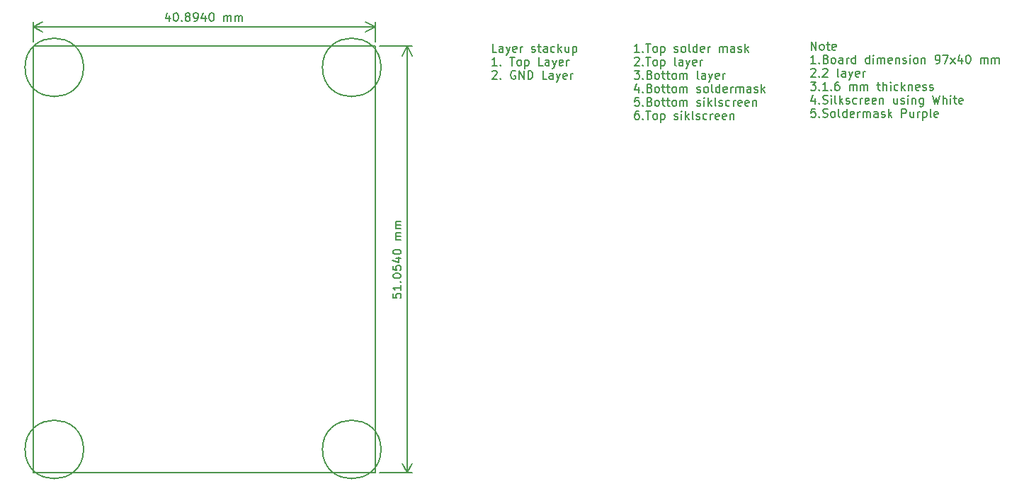
<source format=gbr>
%TF.GenerationSoftware,KiCad,Pcbnew,7.0.5*%
%TF.CreationDate,2023-07-07T01:57:58+07:00*%
%TF.ProjectId,driver_motor,64726976-6572-45f6-9d6f-746f722e6b69,rev?*%
%TF.SameCoordinates,Original*%
%TF.FileFunction,Other,Comment*%
%FSLAX46Y46*%
G04 Gerber Fmt 4.6, Leading zero omitted, Abs format (unit mm)*
G04 Created by KiCad (PCBNEW 7.0.5) date 2023-07-07 01:57:58*
%MOMM*%
%LPD*%
G01*
G04 APERTURE LIST*
%ADD10C,0.150000*%
G04 APERTURE END LIST*
D10*
X146050000Y-25400000D02*
X186944000Y-25400000D01*
X186944000Y-76454000D01*
X146050000Y-76454000D01*
X146050000Y-25400000D01*
X239096779Y-25855819D02*
X239096779Y-24855819D01*
X239096779Y-24855819D02*
X239668207Y-25855819D01*
X239668207Y-25855819D02*
X239668207Y-24855819D01*
X240287255Y-25855819D02*
X240192017Y-25808200D01*
X240192017Y-25808200D02*
X240144398Y-25760580D01*
X240144398Y-25760580D02*
X240096779Y-25665342D01*
X240096779Y-25665342D02*
X240096779Y-25379628D01*
X240096779Y-25379628D02*
X240144398Y-25284390D01*
X240144398Y-25284390D02*
X240192017Y-25236771D01*
X240192017Y-25236771D02*
X240287255Y-25189152D01*
X240287255Y-25189152D02*
X240430112Y-25189152D01*
X240430112Y-25189152D02*
X240525350Y-25236771D01*
X240525350Y-25236771D02*
X240572969Y-25284390D01*
X240572969Y-25284390D02*
X240620588Y-25379628D01*
X240620588Y-25379628D02*
X240620588Y-25665342D01*
X240620588Y-25665342D02*
X240572969Y-25760580D01*
X240572969Y-25760580D02*
X240525350Y-25808200D01*
X240525350Y-25808200D02*
X240430112Y-25855819D01*
X240430112Y-25855819D02*
X240287255Y-25855819D01*
X240906303Y-25189152D02*
X241287255Y-25189152D01*
X241049160Y-24855819D02*
X241049160Y-25712961D01*
X241049160Y-25712961D02*
X241096779Y-25808200D01*
X241096779Y-25808200D02*
X241192017Y-25855819D01*
X241192017Y-25855819D02*
X241287255Y-25855819D01*
X242001541Y-25808200D02*
X241906303Y-25855819D01*
X241906303Y-25855819D02*
X241715827Y-25855819D01*
X241715827Y-25855819D02*
X241620589Y-25808200D01*
X241620589Y-25808200D02*
X241572970Y-25712961D01*
X241572970Y-25712961D02*
X241572970Y-25332009D01*
X241572970Y-25332009D02*
X241620589Y-25236771D01*
X241620589Y-25236771D02*
X241715827Y-25189152D01*
X241715827Y-25189152D02*
X241906303Y-25189152D01*
X241906303Y-25189152D02*
X242001541Y-25236771D01*
X242001541Y-25236771D02*
X242049160Y-25332009D01*
X242049160Y-25332009D02*
X242049160Y-25427247D01*
X242049160Y-25427247D02*
X241572970Y-25522485D01*
X239620588Y-27465819D02*
X239049160Y-27465819D01*
X239334874Y-27465819D02*
X239334874Y-26465819D01*
X239334874Y-26465819D02*
X239239636Y-26608676D01*
X239239636Y-26608676D02*
X239144398Y-26703914D01*
X239144398Y-26703914D02*
X239049160Y-26751533D01*
X240049160Y-27370580D02*
X240096779Y-27418200D01*
X240096779Y-27418200D02*
X240049160Y-27465819D01*
X240049160Y-27465819D02*
X240001541Y-27418200D01*
X240001541Y-27418200D02*
X240049160Y-27370580D01*
X240049160Y-27370580D02*
X240049160Y-27465819D01*
X240858683Y-26942009D02*
X241001540Y-26989628D01*
X241001540Y-26989628D02*
X241049159Y-27037247D01*
X241049159Y-27037247D02*
X241096778Y-27132485D01*
X241096778Y-27132485D02*
X241096778Y-27275342D01*
X241096778Y-27275342D02*
X241049159Y-27370580D01*
X241049159Y-27370580D02*
X241001540Y-27418200D01*
X241001540Y-27418200D02*
X240906302Y-27465819D01*
X240906302Y-27465819D02*
X240525350Y-27465819D01*
X240525350Y-27465819D02*
X240525350Y-26465819D01*
X240525350Y-26465819D02*
X240858683Y-26465819D01*
X240858683Y-26465819D02*
X240953921Y-26513438D01*
X240953921Y-26513438D02*
X241001540Y-26561057D01*
X241001540Y-26561057D02*
X241049159Y-26656295D01*
X241049159Y-26656295D02*
X241049159Y-26751533D01*
X241049159Y-26751533D02*
X241001540Y-26846771D01*
X241001540Y-26846771D02*
X240953921Y-26894390D01*
X240953921Y-26894390D02*
X240858683Y-26942009D01*
X240858683Y-26942009D02*
X240525350Y-26942009D01*
X241668207Y-27465819D02*
X241572969Y-27418200D01*
X241572969Y-27418200D02*
X241525350Y-27370580D01*
X241525350Y-27370580D02*
X241477731Y-27275342D01*
X241477731Y-27275342D02*
X241477731Y-26989628D01*
X241477731Y-26989628D02*
X241525350Y-26894390D01*
X241525350Y-26894390D02*
X241572969Y-26846771D01*
X241572969Y-26846771D02*
X241668207Y-26799152D01*
X241668207Y-26799152D02*
X241811064Y-26799152D01*
X241811064Y-26799152D02*
X241906302Y-26846771D01*
X241906302Y-26846771D02*
X241953921Y-26894390D01*
X241953921Y-26894390D02*
X242001540Y-26989628D01*
X242001540Y-26989628D02*
X242001540Y-27275342D01*
X242001540Y-27275342D02*
X241953921Y-27370580D01*
X241953921Y-27370580D02*
X241906302Y-27418200D01*
X241906302Y-27418200D02*
X241811064Y-27465819D01*
X241811064Y-27465819D02*
X241668207Y-27465819D01*
X242858683Y-27465819D02*
X242858683Y-26942009D01*
X242858683Y-26942009D02*
X242811064Y-26846771D01*
X242811064Y-26846771D02*
X242715826Y-26799152D01*
X242715826Y-26799152D02*
X242525350Y-26799152D01*
X242525350Y-26799152D02*
X242430112Y-26846771D01*
X242858683Y-27418200D02*
X242763445Y-27465819D01*
X242763445Y-27465819D02*
X242525350Y-27465819D01*
X242525350Y-27465819D02*
X242430112Y-27418200D01*
X242430112Y-27418200D02*
X242382493Y-27322961D01*
X242382493Y-27322961D02*
X242382493Y-27227723D01*
X242382493Y-27227723D02*
X242430112Y-27132485D01*
X242430112Y-27132485D02*
X242525350Y-27084866D01*
X242525350Y-27084866D02*
X242763445Y-27084866D01*
X242763445Y-27084866D02*
X242858683Y-27037247D01*
X243334874Y-27465819D02*
X243334874Y-26799152D01*
X243334874Y-26989628D02*
X243382493Y-26894390D01*
X243382493Y-26894390D02*
X243430112Y-26846771D01*
X243430112Y-26846771D02*
X243525350Y-26799152D01*
X243525350Y-26799152D02*
X243620588Y-26799152D01*
X244382493Y-27465819D02*
X244382493Y-26465819D01*
X244382493Y-27418200D02*
X244287255Y-27465819D01*
X244287255Y-27465819D02*
X244096779Y-27465819D01*
X244096779Y-27465819D02*
X244001541Y-27418200D01*
X244001541Y-27418200D02*
X243953922Y-27370580D01*
X243953922Y-27370580D02*
X243906303Y-27275342D01*
X243906303Y-27275342D02*
X243906303Y-26989628D01*
X243906303Y-26989628D02*
X243953922Y-26894390D01*
X243953922Y-26894390D02*
X244001541Y-26846771D01*
X244001541Y-26846771D02*
X244096779Y-26799152D01*
X244096779Y-26799152D02*
X244287255Y-26799152D01*
X244287255Y-26799152D02*
X244382493Y-26846771D01*
X246049160Y-27465819D02*
X246049160Y-26465819D01*
X246049160Y-27418200D02*
X245953922Y-27465819D01*
X245953922Y-27465819D02*
X245763446Y-27465819D01*
X245763446Y-27465819D02*
X245668208Y-27418200D01*
X245668208Y-27418200D02*
X245620589Y-27370580D01*
X245620589Y-27370580D02*
X245572970Y-27275342D01*
X245572970Y-27275342D02*
X245572970Y-26989628D01*
X245572970Y-26989628D02*
X245620589Y-26894390D01*
X245620589Y-26894390D02*
X245668208Y-26846771D01*
X245668208Y-26846771D02*
X245763446Y-26799152D01*
X245763446Y-26799152D02*
X245953922Y-26799152D01*
X245953922Y-26799152D02*
X246049160Y-26846771D01*
X246525351Y-27465819D02*
X246525351Y-26799152D01*
X246525351Y-26465819D02*
X246477732Y-26513438D01*
X246477732Y-26513438D02*
X246525351Y-26561057D01*
X246525351Y-26561057D02*
X246572970Y-26513438D01*
X246572970Y-26513438D02*
X246525351Y-26465819D01*
X246525351Y-26465819D02*
X246525351Y-26561057D01*
X247001541Y-27465819D02*
X247001541Y-26799152D01*
X247001541Y-26894390D02*
X247049160Y-26846771D01*
X247049160Y-26846771D02*
X247144398Y-26799152D01*
X247144398Y-26799152D02*
X247287255Y-26799152D01*
X247287255Y-26799152D02*
X247382493Y-26846771D01*
X247382493Y-26846771D02*
X247430112Y-26942009D01*
X247430112Y-26942009D02*
X247430112Y-27465819D01*
X247430112Y-26942009D02*
X247477731Y-26846771D01*
X247477731Y-26846771D02*
X247572969Y-26799152D01*
X247572969Y-26799152D02*
X247715826Y-26799152D01*
X247715826Y-26799152D02*
X247811065Y-26846771D01*
X247811065Y-26846771D02*
X247858684Y-26942009D01*
X247858684Y-26942009D02*
X247858684Y-27465819D01*
X248715826Y-27418200D02*
X248620588Y-27465819D01*
X248620588Y-27465819D02*
X248430112Y-27465819D01*
X248430112Y-27465819D02*
X248334874Y-27418200D01*
X248334874Y-27418200D02*
X248287255Y-27322961D01*
X248287255Y-27322961D02*
X248287255Y-26942009D01*
X248287255Y-26942009D02*
X248334874Y-26846771D01*
X248334874Y-26846771D02*
X248430112Y-26799152D01*
X248430112Y-26799152D02*
X248620588Y-26799152D01*
X248620588Y-26799152D02*
X248715826Y-26846771D01*
X248715826Y-26846771D02*
X248763445Y-26942009D01*
X248763445Y-26942009D02*
X248763445Y-27037247D01*
X248763445Y-27037247D02*
X248287255Y-27132485D01*
X249192017Y-26799152D02*
X249192017Y-27465819D01*
X249192017Y-26894390D02*
X249239636Y-26846771D01*
X249239636Y-26846771D02*
X249334874Y-26799152D01*
X249334874Y-26799152D02*
X249477731Y-26799152D01*
X249477731Y-26799152D02*
X249572969Y-26846771D01*
X249572969Y-26846771D02*
X249620588Y-26942009D01*
X249620588Y-26942009D02*
X249620588Y-27465819D01*
X250049160Y-27418200D02*
X250144398Y-27465819D01*
X250144398Y-27465819D02*
X250334874Y-27465819D01*
X250334874Y-27465819D02*
X250430112Y-27418200D01*
X250430112Y-27418200D02*
X250477731Y-27322961D01*
X250477731Y-27322961D02*
X250477731Y-27275342D01*
X250477731Y-27275342D02*
X250430112Y-27180104D01*
X250430112Y-27180104D02*
X250334874Y-27132485D01*
X250334874Y-27132485D02*
X250192017Y-27132485D01*
X250192017Y-27132485D02*
X250096779Y-27084866D01*
X250096779Y-27084866D02*
X250049160Y-26989628D01*
X250049160Y-26989628D02*
X250049160Y-26942009D01*
X250049160Y-26942009D02*
X250096779Y-26846771D01*
X250096779Y-26846771D02*
X250192017Y-26799152D01*
X250192017Y-26799152D02*
X250334874Y-26799152D01*
X250334874Y-26799152D02*
X250430112Y-26846771D01*
X250906303Y-27465819D02*
X250906303Y-26799152D01*
X250906303Y-26465819D02*
X250858684Y-26513438D01*
X250858684Y-26513438D02*
X250906303Y-26561057D01*
X250906303Y-26561057D02*
X250953922Y-26513438D01*
X250953922Y-26513438D02*
X250906303Y-26465819D01*
X250906303Y-26465819D02*
X250906303Y-26561057D01*
X251525350Y-27465819D02*
X251430112Y-27418200D01*
X251430112Y-27418200D02*
X251382493Y-27370580D01*
X251382493Y-27370580D02*
X251334874Y-27275342D01*
X251334874Y-27275342D02*
X251334874Y-26989628D01*
X251334874Y-26989628D02*
X251382493Y-26894390D01*
X251382493Y-26894390D02*
X251430112Y-26846771D01*
X251430112Y-26846771D02*
X251525350Y-26799152D01*
X251525350Y-26799152D02*
X251668207Y-26799152D01*
X251668207Y-26799152D02*
X251763445Y-26846771D01*
X251763445Y-26846771D02*
X251811064Y-26894390D01*
X251811064Y-26894390D02*
X251858683Y-26989628D01*
X251858683Y-26989628D02*
X251858683Y-27275342D01*
X251858683Y-27275342D02*
X251811064Y-27370580D01*
X251811064Y-27370580D02*
X251763445Y-27418200D01*
X251763445Y-27418200D02*
X251668207Y-27465819D01*
X251668207Y-27465819D02*
X251525350Y-27465819D01*
X252287255Y-26799152D02*
X252287255Y-27465819D01*
X252287255Y-26894390D02*
X252334874Y-26846771D01*
X252334874Y-26846771D02*
X252430112Y-26799152D01*
X252430112Y-26799152D02*
X252572969Y-26799152D01*
X252572969Y-26799152D02*
X252668207Y-26846771D01*
X252668207Y-26846771D02*
X252715826Y-26942009D01*
X252715826Y-26942009D02*
X252715826Y-27465819D01*
X254001541Y-27465819D02*
X254192017Y-27465819D01*
X254192017Y-27465819D02*
X254287255Y-27418200D01*
X254287255Y-27418200D02*
X254334874Y-27370580D01*
X254334874Y-27370580D02*
X254430112Y-27227723D01*
X254430112Y-27227723D02*
X254477731Y-27037247D01*
X254477731Y-27037247D02*
X254477731Y-26656295D01*
X254477731Y-26656295D02*
X254430112Y-26561057D01*
X254430112Y-26561057D02*
X254382493Y-26513438D01*
X254382493Y-26513438D02*
X254287255Y-26465819D01*
X254287255Y-26465819D02*
X254096779Y-26465819D01*
X254096779Y-26465819D02*
X254001541Y-26513438D01*
X254001541Y-26513438D02*
X253953922Y-26561057D01*
X253953922Y-26561057D02*
X253906303Y-26656295D01*
X253906303Y-26656295D02*
X253906303Y-26894390D01*
X253906303Y-26894390D02*
X253953922Y-26989628D01*
X253953922Y-26989628D02*
X254001541Y-27037247D01*
X254001541Y-27037247D02*
X254096779Y-27084866D01*
X254096779Y-27084866D02*
X254287255Y-27084866D01*
X254287255Y-27084866D02*
X254382493Y-27037247D01*
X254382493Y-27037247D02*
X254430112Y-26989628D01*
X254430112Y-26989628D02*
X254477731Y-26894390D01*
X254811065Y-26465819D02*
X255477731Y-26465819D01*
X255477731Y-26465819D02*
X255049160Y-27465819D01*
X255763446Y-27465819D02*
X256287255Y-26799152D01*
X255763446Y-26799152D02*
X256287255Y-27465819D01*
X257096779Y-26799152D02*
X257096779Y-27465819D01*
X256858684Y-26418200D02*
X256620589Y-27132485D01*
X256620589Y-27132485D02*
X257239636Y-27132485D01*
X257811065Y-26465819D02*
X257906303Y-26465819D01*
X257906303Y-26465819D02*
X258001541Y-26513438D01*
X258001541Y-26513438D02*
X258049160Y-26561057D01*
X258049160Y-26561057D02*
X258096779Y-26656295D01*
X258096779Y-26656295D02*
X258144398Y-26846771D01*
X258144398Y-26846771D02*
X258144398Y-27084866D01*
X258144398Y-27084866D02*
X258096779Y-27275342D01*
X258096779Y-27275342D02*
X258049160Y-27370580D01*
X258049160Y-27370580D02*
X258001541Y-27418200D01*
X258001541Y-27418200D02*
X257906303Y-27465819D01*
X257906303Y-27465819D02*
X257811065Y-27465819D01*
X257811065Y-27465819D02*
X257715827Y-27418200D01*
X257715827Y-27418200D02*
X257668208Y-27370580D01*
X257668208Y-27370580D02*
X257620589Y-27275342D01*
X257620589Y-27275342D02*
X257572970Y-27084866D01*
X257572970Y-27084866D02*
X257572970Y-26846771D01*
X257572970Y-26846771D02*
X257620589Y-26656295D01*
X257620589Y-26656295D02*
X257668208Y-26561057D01*
X257668208Y-26561057D02*
X257715827Y-26513438D01*
X257715827Y-26513438D02*
X257811065Y-26465819D01*
X259334875Y-27465819D02*
X259334875Y-26799152D01*
X259334875Y-26894390D02*
X259382494Y-26846771D01*
X259382494Y-26846771D02*
X259477732Y-26799152D01*
X259477732Y-26799152D02*
X259620589Y-26799152D01*
X259620589Y-26799152D02*
X259715827Y-26846771D01*
X259715827Y-26846771D02*
X259763446Y-26942009D01*
X259763446Y-26942009D02*
X259763446Y-27465819D01*
X259763446Y-26942009D02*
X259811065Y-26846771D01*
X259811065Y-26846771D02*
X259906303Y-26799152D01*
X259906303Y-26799152D02*
X260049160Y-26799152D01*
X260049160Y-26799152D02*
X260144399Y-26846771D01*
X260144399Y-26846771D02*
X260192018Y-26942009D01*
X260192018Y-26942009D02*
X260192018Y-27465819D01*
X260668208Y-27465819D02*
X260668208Y-26799152D01*
X260668208Y-26894390D02*
X260715827Y-26846771D01*
X260715827Y-26846771D02*
X260811065Y-26799152D01*
X260811065Y-26799152D02*
X260953922Y-26799152D01*
X260953922Y-26799152D02*
X261049160Y-26846771D01*
X261049160Y-26846771D02*
X261096779Y-26942009D01*
X261096779Y-26942009D02*
X261096779Y-27465819D01*
X261096779Y-26942009D02*
X261144398Y-26846771D01*
X261144398Y-26846771D02*
X261239636Y-26799152D01*
X261239636Y-26799152D02*
X261382493Y-26799152D01*
X261382493Y-26799152D02*
X261477732Y-26846771D01*
X261477732Y-26846771D02*
X261525351Y-26942009D01*
X261525351Y-26942009D02*
X261525351Y-27465819D01*
X239049160Y-28171057D02*
X239096779Y-28123438D01*
X239096779Y-28123438D02*
X239192017Y-28075819D01*
X239192017Y-28075819D02*
X239430112Y-28075819D01*
X239430112Y-28075819D02*
X239525350Y-28123438D01*
X239525350Y-28123438D02*
X239572969Y-28171057D01*
X239572969Y-28171057D02*
X239620588Y-28266295D01*
X239620588Y-28266295D02*
X239620588Y-28361533D01*
X239620588Y-28361533D02*
X239572969Y-28504390D01*
X239572969Y-28504390D02*
X239001541Y-29075819D01*
X239001541Y-29075819D02*
X239620588Y-29075819D01*
X240049160Y-28980580D02*
X240096779Y-29028200D01*
X240096779Y-29028200D02*
X240049160Y-29075819D01*
X240049160Y-29075819D02*
X240001541Y-29028200D01*
X240001541Y-29028200D02*
X240049160Y-28980580D01*
X240049160Y-28980580D02*
X240049160Y-29075819D01*
X240477731Y-28171057D02*
X240525350Y-28123438D01*
X240525350Y-28123438D02*
X240620588Y-28075819D01*
X240620588Y-28075819D02*
X240858683Y-28075819D01*
X240858683Y-28075819D02*
X240953921Y-28123438D01*
X240953921Y-28123438D02*
X241001540Y-28171057D01*
X241001540Y-28171057D02*
X241049159Y-28266295D01*
X241049159Y-28266295D02*
X241049159Y-28361533D01*
X241049159Y-28361533D02*
X241001540Y-28504390D01*
X241001540Y-28504390D02*
X240430112Y-29075819D01*
X240430112Y-29075819D02*
X241049159Y-29075819D01*
X242382493Y-29075819D02*
X242287255Y-29028200D01*
X242287255Y-29028200D02*
X242239636Y-28932961D01*
X242239636Y-28932961D02*
X242239636Y-28075819D01*
X243192017Y-29075819D02*
X243192017Y-28552009D01*
X243192017Y-28552009D02*
X243144398Y-28456771D01*
X243144398Y-28456771D02*
X243049160Y-28409152D01*
X243049160Y-28409152D02*
X242858684Y-28409152D01*
X242858684Y-28409152D02*
X242763446Y-28456771D01*
X243192017Y-29028200D02*
X243096779Y-29075819D01*
X243096779Y-29075819D02*
X242858684Y-29075819D01*
X242858684Y-29075819D02*
X242763446Y-29028200D01*
X242763446Y-29028200D02*
X242715827Y-28932961D01*
X242715827Y-28932961D02*
X242715827Y-28837723D01*
X242715827Y-28837723D02*
X242763446Y-28742485D01*
X242763446Y-28742485D02*
X242858684Y-28694866D01*
X242858684Y-28694866D02*
X243096779Y-28694866D01*
X243096779Y-28694866D02*
X243192017Y-28647247D01*
X243572970Y-28409152D02*
X243811065Y-29075819D01*
X244049160Y-28409152D02*
X243811065Y-29075819D01*
X243811065Y-29075819D02*
X243715827Y-29313914D01*
X243715827Y-29313914D02*
X243668208Y-29361533D01*
X243668208Y-29361533D02*
X243572970Y-29409152D01*
X244811065Y-29028200D02*
X244715827Y-29075819D01*
X244715827Y-29075819D02*
X244525351Y-29075819D01*
X244525351Y-29075819D02*
X244430113Y-29028200D01*
X244430113Y-29028200D02*
X244382494Y-28932961D01*
X244382494Y-28932961D02*
X244382494Y-28552009D01*
X244382494Y-28552009D02*
X244430113Y-28456771D01*
X244430113Y-28456771D02*
X244525351Y-28409152D01*
X244525351Y-28409152D02*
X244715827Y-28409152D01*
X244715827Y-28409152D02*
X244811065Y-28456771D01*
X244811065Y-28456771D02*
X244858684Y-28552009D01*
X244858684Y-28552009D02*
X244858684Y-28647247D01*
X244858684Y-28647247D02*
X244382494Y-28742485D01*
X245287256Y-29075819D02*
X245287256Y-28409152D01*
X245287256Y-28599628D02*
X245334875Y-28504390D01*
X245334875Y-28504390D02*
X245382494Y-28456771D01*
X245382494Y-28456771D02*
X245477732Y-28409152D01*
X245477732Y-28409152D02*
X245572970Y-28409152D01*
X239001541Y-29685819D02*
X239620588Y-29685819D01*
X239620588Y-29685819D02*
X239287255Y-30066771D01*
X239287255Y-30066771D02*
X239430112Y-30066771D01*
X239430112Y-30066771D02*
X239525350Y-30114390D01*
X239525350Y-30114390D02*
X239572969Y-30162009D01*
X239572969Y-30162009D02*
X239620588Y-30257247D01*
X239620588Y-30257247D02*
X239620588Y-30495342D01*
X239620588Y-30495342D02*
X239572969Y-30590580D01*
X239572969Y-30590580D02*
X239525350Y-30638200D01*
X239525350Y-30638200D02*
X239430112Y-30685819D01*
X239430112Y-30685819D02*
X239144398Y-30685819D01*
X239144398Y-30685819D02*
X239049160Y-30638200D01*
X239049160Y-30638200D02*
X239001541Y-30590580D01*
X240049160Y-30590580D02*
X240096779Y-30638200D01*
X240096779Y-30638200D02*
X240049160Y-30685819D01*
X240049160Y-30685819D02*
X240001541Y-30638200D01*
X240001541Y-30638200D02*
X240049160Y-30590580D01*
X240049160Y-30590580D02*
X240049160Y-30685819D01*
X241049159Y-30685819D02*
X240477731Y-30685819D01*
X240763445Y-30685819D02*
X240763445Y-29685819D01*
X240763445Y-29685819D02*
X240668207Y-29828676D01*
X240668207Y-29828676D02*
X240572969Y-29923914D01*
X240572969Y-29923914D02*
X240477731Y-29971533D01*
X241477731Y-30590580D02*
X241525350Y-30638200D01*
X241525350Y-30638200D02*
X241477731Y-30685819D01*
X241477731Y-30685819D02*
X241430112Y-30638200D01*
X241430112Y-30638200D02*
X241477731Y-30590580D01*
X241477731Y-30590580D02*
X241477731Y-30685819D01*
X242382492Y-29685819D02*
X242192016Y-29685819D01*
X242192016Y-29685819D02*
X242096778Y-29733438D01*
X242096778Y-29733438D02*
X242049159Y-29781057D01*
X242049159Y-29781057D02*
X241953921Y-29923914D01*
X241953921Y-29923914D02*
X241906302Y-30114390D01*
X241906302Y-30114390D02*
X241906302Y-30495342D01*
X241906302Y-30495342D02*
X241953921Y-30590580D01*
X241953921Y-30590580D02*
X242001540Y-30638200D01*
X242001540Y-30638200D02*
X242096778Y-30685819D01*
X242096778Y-30685819D02*
X242287254Y-30685819D01*
X242287254Y-30685819D02*
X242382492Y-30638200D01*
X242382492Y-30638200D02*
X242430111Y-30590580D01*
X242430111Y-30590580D02*
X242477730Y-30495342D01*
X242477730Y-30495342D02*
X242477730Y-30257247D01*
X242477730Y-30257247D02*
X242430111Y-30162009D01*
X242430111Y-30162009D02*
X242382492Y-30114390D01*
X242382492Y-30114390D02*
X242287254Y-30066771D01*
X242287254Y-30066771D02*
X242096778Y-30066771D01*
X242096778Y-30066771D02*
X242001540Y-30114390D01*
X242001540Y-30114390D02*
X241953921Y-30162009D01*
X241953921Y-30162009D02*
X241906302Y-30257247D01*
X243668207Y-30685819D02*
X243668207Y-30019152D01*
X243668207Y-30114390D02*
X243715826Y-30066771D01*
X243715826Y-30066771D02*
X243811064Y-30019152D01*
X243811064Y-30019152D02*
X243953921Y-30019152D01*
X243953921Y-30019152D02*
X244049159Y-30066771D01*
X244049159Y-30066771D02*
X244096778Y-30162009D01*
X244096778Y-30162009D02*
X244096778Y-30685819D01*
X244096778Y-30162009D02*
X244144397Y-30066771D01*
X244144397Y-30066771D02*
X244239635Y-30019152D01*
X244239635Y-30019152D02*
X244382492Y-30019152D01*
X244382492Y-30019152D02*
X244477731Y-30066771D01*
X244477731Y-30066771D02*
X244525350Y-30162009D01*
X244525350Y-30162009D02*
X244525350Y-30685819D01*
X245001540Y-30685819D02*
X245001540Y-30019152D01*
X245001540Y-30114390D02*
X245049159Y-30066771D01*
X245049159Y-30066771D02*
X245144397Y-30019152D01*
X245144397Y-30019152D02*
X245287254Y-30019152D01*
X245287254Y-30019152D02*
X245382492Y-30066771D01*
X245382492Y-30066771D02*
X245430111Y-30162009D01*
X245430111Y-30162009D02*
X245430111Y-30685819D01*
X245430111Y-30162009D02*
X245477730Y-30066771D01*
X245477730Y-30066771D02*
X245572968Y-30019152D01*
X245572968Y-30019152D02*
X245715825Y-30019152D01*
X245715825Y-30019152D02*
X245811064Y-30066771D01*
X245811064Y-30066771D02*
X245858683Y-30162009D01*
X245858683Y-30162009D02*
X245858683Y-30685819D01*
X246953921Y-30019152D02*
X247334873Y-30019152D01*
X247096778Y-29685819D02*
X247096778Y-30542961D01*
X247096778Y-30542961D02*
X247144397Y-30638200D01*
X247144397Y-30638200D02*
X247239635Y-30685819D01*
X247239635Y-30685819D02*
X247334873Y-30685819D01*
X247668207Y-30685819D02*
X247668207Y-29685819D01*
X248096778Y-30685819D02*
X248096778Y-30162009D01*
X248096778Y-30162009D02*
X248049159Y-30066771D01*
X248049159Y-30066771D02*
X247953921Y-30019152D01*
X247953921Y-30019152D02*
X247811064Y-30019152D01*
X247811064Y-30019152D02*
X247715826Y-30066771D01*
X247715826Y-30066771D02*
X247668207Y-30114390D01*
X248572969Y-30685819D02*
X248572969Y-30019152D01*
X248572969Y-29685819D02*
X248525350Y-29733438D01*
X248525350Y-29733438D02*
X248572969Y-29781057D01*
X248572969Y-29781057D02*
X248620588Y-29733438D01*
X248620588Y-29733438D02*
X248572969Y-29685819D01*
X248572969Y-29685819D02*
X248572969Y-29781057D01*
X249477730Y-30638200D02*
X249382492Y-30685819D01*
X249382492Y-30685819D02*
X249192016Y-30685819D01*
X249192016Y-30685819D02*
X249096778Y-30638200D01*
X249096778Y-30638200D02*
X249049159Y-30590580D01*
X249049159Y-30590580D02*
X249001540Y-30495342D01*
X249001540Y-30495342D02*
X249001540Y-30209628D01*
X249001540Y-30209628D02*
X249049159Y-30114390D01*
X249049159Y-30114390D02*
X249096778Y-30066771D01*
X249096778Y-30066771D02*
X249192016Y-30019152D01*
X249192016Y-30019152D02*
X249382492Y-30019152D01*
X249382492Y-30019152D02*
X249477730Y-30066771D01*
X249906302Y-30685819D02*
X249906302Y-29685819D01*
X250001540Y-30304866D02*
X250287254Y-30685819D01*
X250287254Y-30019152D02*
X249906302Y-30400104D01*
X250715826Y-30019152D02*
X250715826Y-30685819D01*
X250715826Y-30114390D02*
X250763445Y-30066771D01*
X250763445Y-30066771D02*
X250858683Y-30019152D01*
X250858683Y-30019152D02*
X251001540Y-30019152D01*
X251001540Y-30019152D02*
X251096778Y-30066771D01*
X251096778Y-30066771D02*
X251144397Y-30162009D01*
X251144397Y-30162009D02*
X251144397Y-30685819D01*
X252001540Y-30638200D02*
X251906302Y-30685819D01*
X251906302Y-30685819D02*
X251715826Y-30685819D01*
X251715826Y-30685819D02*
X251620588Y-30638200D01*
X251620588Y-30638200D02*
X251572969Y-30542961D01*
X251572969Y-30542961D02*
X251572969Y-30162009D01*
X251572969Y-30162009D02*
X251620588Y-30066771D01*
X251620588Y-30066771D02*
X251715826Y-30019152D01*
X251715826Y-30019152D02*
X251906302Y-30019152D01*
X251906302Y-30019152D02*
X252001540Y-30066771D01*
X252001540Y-30066771D02*
X252049159Y-30162009D01*
X252049159Y-30162009D02*
X252049159Y-30257247D01*
X252049159Y-30257247D02*
X251572969Y-30352485D01*
X252430112Y-30638200D02*
X252525350Y-30685819D01*
X252525350Y-30685819D02*
X252715826Y-30685819D01*
X252715826Y-30685819D02*
X252811064Y-30638200D01*
X252811064Y-30638200D02*
X252858683Y-30542961D01*
X252858683Y-30542961D02*
X252858683Y-30495342D01*
X252858683Y-30495342D02*
X252811064Y-30400104D01*
X252811064Y-30400104D02*
X252715826Y-30352485D01*
X252715826Y-30352485D02*
X252572969Y-30352485D01*
X252572969Y-30352485D02*
X252477731Y-30304866D01*
X252477731Y-30304866D02*
X252430112Y-30209628D01*
X252430112Y-30209628D02*
X252430112Y-30162009D01*
X252430112Y-30162009D02*
X252477731Y-30066771D01*
X252477731Y-30066771D02*
X252572969Y-30019152D01*
X252572969Y-30019152D02*
X252715826Y-30019152D01*
X252715826Y-30019152D02*
X252811064Y-30066771D01*
X253239636Y-30638200D02*
X253334874Y-30685819D01*
X253334874Y-30685819D02*
X253525350Y-30685819D01*
X253525350Y-30685819D02*
X253620588Y-30638200D01*
X253620588Y-30638200D02*
X253668207Y-30542961D01*
X253668207Y-30542961D02*
X253668207Y-30495342D01*
X253668207Y-30495342D02*
X253620588Y-30400104D01*
X253620588Y-30400104D02*
X253525350Y-30352485D01*
X253525350Y-30352485D02*
X253382493Y-30352485D01*
X253382493Y-30352485D02*
X253287255Y-30304866D01*
X253287255Y-30304866D02*
X253239636Y-30209628D01*
X253239636Y-30209628D02*
X253239636Y-30162009D01*
X253239636Y-30162009D02*
X253287255Y-30066771D01*
X253287255Y-30066771D02*
X253382493Y-30019152D01*
X253382493Y-30019152D02*
X253525350Y-30019152D01*
X253525350Y-30019152D02*
X253620588Y-30066771D01*
X239525350Y-31629152D02*
X239525350Y-32295819D01*
X239287255Y-31248200D02*
X239049160Y-31962485D01*
X239049160Y-31962485D02*
X239668207Y-31962485D01*
X240049160Y-32200580D02*
X240096779Y-32248200D01*
X240096779Y-32248200D02*
X240049160Y-32295819D01*
X240049160Y-32295819D02*
X240001541Y-32248200D01*
X240001541Y-32248200D02*
X240049160Y-32200580D01*
X240049160Y-32200580D02*
X240049160Y-32295819D01*
X240477731Y-32248200D02*
X240620588Y-32295819D01*
X240620588Y-32295819D02*
X240858683Y-32295819D01*
X240858683Y-32295819D02*
X240953921Y-32248200D01*
X240953921Y-32248200D02*
X241001540Y-32200580D01*
X241001540Y-32200580D02*
X241049159Y-32105342D01*
X241049159Y-32105342D02*
X241049159Y-32010104D01*
X241049159Y-32010104D02*
X241001540Y-31914866D01*
X241001540Y-31914866D02*
X240953921Y-31867247D01*
X240953921Y-31867247D02*
X240858683Y-31819628D01*
X240858683Y-31819628D02*
X240668207Y-31772009D01*
X240668207Y-31772009D02*
X240572969Y-31724390D01*
X240572969Y-31724390D02*
X240525350Y-31676771D01*
X240525350Y-31676771D02*
X240477731Y-31581533D01*
X240477731Y-31581533D02*
X240477731Y-31486295D01*
X240477731Y-31486295D02*
X240525350Y-31391057D01*
X240525350Y-31391057D02*
X240572969Y-31343438D01*
X240572969Y-31343438D02*
X240668207Y-31295819D01*
X240668207Y-31295819D02*
X240906302Y-31295819D01*
X240906302Y-31295819D02*
X241049159Y-31343438D01*
X241477731Y-32295819D02*
X241477731Y-31629152D01*
X241477731Y-31295819D02*
X241430112Y-31343438D01*
X241430112Y-31343438D02*
X241477731Y-31391057D01*
X241477731Y-31391057D02*
X241525350Y-31343438D01*
X241525350Y-31343438D02*
X241477731Y-31295819D01*
X241477731Y-31295819D02*
X241477731Y-31391057D01*
X242096778Y-32295819D02*
X242001540Y-32248200D01*
X242001540Y-32248200D02*
X241953921Y-32152961D01*
X241953921Y-32152961D02*
X241953921Y-31295819D01*
X242477731Y-32295819D02*
X242477731Y-31295819D01*
X242572969Y-31914866D02*
X242858683Y-32295819D01*
X242858683Y-31629152D02*
X242477731Y-32010104D01*
X243239636Y-32248200D02*
X243334874Y-32295819D01*
X243334874Y-32295819D02*
X243525350Y-32295819D01*
X243525350Y-32295819D02*
X243620588Y-32248200D01*
X243620588Y-32248200D02*
X243668207Y-32152961D01*
X243668207Y-32152961D02*
X243668207Y-32105342D01*
X243668207Y-32105342D02*
X243620588Y-32010104D01*
X243620588Y-32010104D02*
X243525350Y-31962485D01*
X243525350Y-31962485D02*
X243382493Y-31962485D01*
X243382493Y-31962485D02*
X243287255Y-31914866D01*
X243287255Y-31914866D02*
X243239636Y-31819628D01*
X243239636Y-31819628D02*
X243239636Y-31772009D01*
X243239636Y-31772009D02*
X243287255Y-31676771D01*
X243287255Y-31676771D02*
X243382493Y-31629152D01*
X243382493Y-31629152D02*
X243525350Y-31629152D01*
X243525350Y-31629152D02*
X243620588Y-31676771D01*
X244525350Y-32248200D02*
X244430112Y-32295819D01*
X244430112Y-32295819D02*
X244239636Y-32295819D01*
X244239636Y-32295819D02*
X244144398Y-32248200D01*
X244144398Y-32248200D02*
X244096779Y-32200580D01*
X244096779Y-32200580D02*
X244049160Y-32105342D01*
X244049160Y-32105342D02*
X244049160Y-31819628D01*
X244049160Y-31819628D02*
X244096779Y-31724390D01*
X244096779Y-31724390D02*
X244144398Y-31676771D01*
X244144398Y-31676771D02*
X244239636Y-31629152D01*
X244239636Y-31629152D02*
X244430112Y-31629152D01*
X244430112Y-31629152D02*
X244525350Y-31676771D01*
X244953922Y-32295819D02*
X244953922Y-31629152D01*
X244953922Y-31819628D02*
X245001541Y-31724390D01*
X245001541Y-31724390D02*
X245049160Y-31676771D01*
X245049160Y-31676771D02*
X245144398Y-31629152D01*
X245144398Y-31629152D02*
X245239636Y-31629152D01*
X245953922Y-32248200D02*
X245858684Y-32295819D01*
X245858684Y-32295819D02*
X245668208Y-32295819D01*
X245668208Y-32295819D02*
X245572970Y-32248200D01*
X245572970Y-32248200D02*
X245525351Y-32152961D01*
X245525351Y-32152961D02*
X245525351Y-31772009D01*
X245525351Y-31772009D02*
X245572970Y-31676771D01*
X245572970Y-31676771D02*
X245668208Y-31629152D01*
X245668208Y-31629152D02*
X245858684Y-31629152D01*
X245858684Y-31629152D02*
X245953922Y-31676771D01*
X245953922Y-31676771D02*
X246001541Y-31772009D01*
X246001541Y-31772009D02*
X246001541Y-31867247D01*
X246001541Y-31867247D02*
X245525351Y-31962485D01*
X246811065Y-32248200D02*
X246715827Y-32295819D01*
X246715827Y-32295819D02*
X246525351Y-32295819D01*
X246525351Y-32295819D02*
X246430113Y-32248200D01*
X246430113Y-32248200D02*
X246382494Y-32152961D01*
X246382494Y-32152961D02*
X246382494Y-31772009D01*
X246382494Y-31772009D02*
X246430113Y-31676771D01*
X246430113Y-31676771D02*
X246525351Y-31629152D01*
X246525351Y-31629152D02*
X246715827Y-31629152D01*
X246715827Y-31629152D02*
X246811065Y-31676771D01*
X246811065Y-31676771D02*
X246858684Y-31772009D01*
X246858684Y-31772009D02*
X246858684Y-31867247D01*
X246858684Y-31867247D02*
X246382494Y-31962485D01*
X247287256Y-31629152D02*
X247287256Y-32295819D01*
X247287256Y-31724390D02*
X247334875Y-31676771D01*
X247334875Y-31676771D02*
X247430113Y-31629152D01*
X247430113Y-31629152D02*
X247572970Y-31629152D01*
X247572970Y-31629152D02*
X247668208Y-31676771D01*
X247668208Y-31676771D02*
X247715827Y-31772009D01*
X247715827Y-31772009D02*
X247715827Y-32295819D01*
X249382494Y-31629152D02*
X249382494Y-32295819D01*
X248953923Y-31629152D02*
X248953923Y-32152961D01*
X248953923Y-32152961D02*
X249001542Y-32248200D01*
X249001542Y-32248200D02*
X249096780Y-32295819D01*
X249096780Y-32295819D02*
X249239637Y-32295819D01*
X249239637Y-32295819D02*
X249334875Y-32248200D01*
X249334875Y-32248200D02*
X249382494Y-32200580D01*
X249811066Y-32248200D02*
X249906304Y-32295819D01*
X249906304Y-32295819D02*
X250096780Y-32295819D01*
X250096780Y-32295819D02*
X250192018Y-32248200D01*
X250192018Y-32248200D02*
X250239637Y-32152961D01*
X250239637Y-32152961D02*
X250239637Y-32105342D01*
X250239637Y-32105342D02*
X250192018Y-32010104D01*
X250192018Y-32010104D02*
X250096780Y-31962485D01*
X250096780Y-31962485D02*
X249953923Y-31962485D01*
X249953923Y-31962485D02*
X249858685Y-31914866D01*
X249858685Y-31914866D02*
X249811066Y-31819628D01*
X249811066Y-31819628D02*
X249811066Y-31772009D01*
X249811066Y-31772009D02*
X249858685Y-31676771D01*
X249858685Y-31676771D02*
X249953923Y-31629152D01*
X249953923Y-31629152D02*
X250096780Y-31629152D01*
X250096780Y-31629152D02*
X250192018Y-31676771D01*
X250668209Y-32295819D02*
X250668209Y-31629152D01*
X250668209Y-31295819D02*
X250620590Y-31343438D01*
X250620590Y-31343438D02*
X250668209Y-31391057D01*
X250668209Y-31391057D02*
X250715828Y-31343438D01*
X250715828Y-31343438D02*
X250668209Y-31295819D01*
X250668209Y-31295819D02*
X250668209Y-31391057D01*
X251144399Y-31629152D02*
X251144399Y-32295819D01*
X251144399Y-31724390D02*
X251192018Y-31676771D01*
X251192018Y-31676771D02*
X251287256Y-31629152D01*
X251287256Y-31629152D02*
X251430113Y-31629152D01*
X251430113Y-31629152D02*
X251525351Y-31676771D01*
X251525351Y-31676771D02*
X251572970Y-31772009D01*
X251572970Y-31772009D02*
X251572970Y-32295819D01*
X252477732Y-31629152D02*
X252477732Y-32438676D01*
X252477732Y-32438676D02*
X252430113Y-32533914D01*
X252430113Y-32533914D02*
X252382494Y-32581533D01*
X252382494Y-32581533D02*
X252287256Y-32629152D01*
X252287256Y-32629152D02*
X252144399Y-32629152D01*
X252144399Y-32629152D02*
X252049161Y-32581533D01*
X252477732Y-32248200D02*
X252382494Y-32295819D01*
X252382494Y-32295819D02*
X252192018Y-32295819D01*
X252192018Y-32295819D02*
X252096780Y-32248200D01*
X252096780Y-32248200D02*
X252049161Y-32200580D01*
X252049161Y-32200580D02*
X252001542Y-32105342D01*
X252001542Y-32105342D02*
X252001542Y-31819628D01*
X252001542Y-31819628D02*
X252049161Y-31724390D01*
X252049161Y-31724390D02*
X252096780Y-31676771D01*
X252096780Y-31676771D02*
X252192018Y-31629152D01*
X252192018Y-31629152D02*
X252382494Y-31629152D01*
X252382494Y-31629152D02*
X252477732Y-31676771D01*
X253620590Y-31295819D02*
X253858685Y-32295819D01*
X253858685Y-32295819D02*
X254049161Y-31581533D01*
X254049161Y-31581533D02*
X254239637Y-32295819D01*
X254239637Y-32295819D02*
X254477733Y-31295819D01*
X254858685Y-32295819D02*
X254858685Y-31295819D01*
X255287256Y-32295819D02*
X255287256Y-31772009D01*
X255287256Y-31772009D02*
X255239637Y-31676771D01*
X255239637Y-31676771D02*
X255144399Y-31629152D01*
X255144399Y-31629152D02*
X255001542Y-31629152D01*
X255001542Y-31629152D02*
X254906304Y-31676771D01*
X254906304Y-31676771D02*
X254858685Y-31724390D01*
X255763447Y-32295819D02*
X255763447Y-31629152D01*
X255763447Y-31295819D02*
X255715828Y-31343438D01*
X255715828Y-31343438D02*
X255763447Y-31391057D01*
X255763447Y-31391057D02*
X255811066Y-31343438D01*
X255811066Y-31343438D02*
X255763447Y-31295819D01*
X255763447Y-31295819D02*
X255763447Y-31391057D01*
X256096780Y-31629152D02*
X256477732Y-31629152D01*
X256239637Y-31295819D02*
X256239637Y-32152961D01*
X256239637Y-32152961D02*
X256287256Y-32248200D01*
X256287256Y-32248200D02*
X256382494Y-32295819D01*
X256382494Y-32295819D02*
X256477732Y-32295819D01*
X257192018Y-32248200D02*
X257096780Y-32295819D01*
X257096780Y-32295819D02*
X256906304Y-32295819D01*
X256906304Y-32295819D02*
X256811066Y-32248200D01*
X256811066Y-32248200D02*
X256763447Y-32152961D01*
X256763447Y-32152961D02*
X256763447Y-31772009D01*
X256763447Y-31772009D02*
X256811066Y-31676771D01*
X256811066Y-31676771D02*
X256906304Y-31629152D01*
X256906304Y-31629152D02*
X257096780Y-31629152D01*
X257096780Y-31629152D02*
X257192018Y-31676771D01*
X257192018Y-31676771D02*
X257239637Y-31772009D01*
X257239637Y-31772009D02*
X257239637Y-31867247D01*
X257239637Y-31867247D02*
X256763447Y-31962485D01*
X239572969Y-32905819D02*
X239096779Y-32905819D01*
X239096779Y-32905819D02*
X239049160Y-33382009D01*
X239049160Y-33382009D02*
X239096779Y-33334390D01*
X239096779Y-33334390D02*
X239192017Y-33286771D01*
X239192017Y-33286771D02*
X239430112Y-33286771D01*
X239430112Y-33286771D02*
X239525350Y-33334390D01*
X239525350Y-33334390D02*
X239572969Y-33382009D01*
X239572969Y-33382009D02*
X239620588Y-33477247D01*
X239620588Y-33477247D02*
X239620588Y-33715342D01*
X239620588Y-33715342D02*
X239572969Y-33810580D01*
X239572969Y-33810580D02*
X239525350Y-33858200D01*
X239525350Y-33858200D02*
X239430112Y-33905819D01*
X239430112Y-33905819D02*
X239192017Y-33905819D01*
X239192017Y-33905819D02*
X239096779Y-33858200D01*
X239096779Y-33858200D02*
X239049160Y-33810580D01*
X240049160Y-33810580D02*
X240096779Y-33858200D01*
X240096779Y-33858200D02*
X240049160Y-33905819D01*
X240049160Y-33905819D02*
X240001541Y-33858200D01*
X240001541Y-33858200D02*
X240049160Y-33810580D01*
X240049160Y-33810580D02*
X240049160Y-33905819D01*
X240477731Y-33858200D02*
X240620588Y-33905819D01*
X240620588Y-33905819D02*
X240858683Y-33905819D01*
X240858683Y-33905819D02*
X240953921Y-33858200D01*
X240953921Y-33858200D02*
X241001540Y-33810580D01*
X241001540Y-33810580D02*
X241049159Y-33715342D01*
X241049159Y-33715342D02*
X241049159Y-33620104D01*
X241049159Y-33620104D02*
X241001540Y-33524866D01*
X241001540Y-33524866D02*
X240953921Y-33477247D01*
X240953921Y-33477247D02*
X240858683Y-33429628D01*
X240858683Y-33429628D02*
X240668207Y-33382009D01*
X240668207Y-33382009D02*
X240572969Y-33334390D01*
X240572969Y-33334390D02*
X240525350Y-33286771D01*
X240525350Y-33286771D02*
X240477731Y-33191533D01*
X240477731Y-33191533D02*
X240477731Y-33096295D01*
X240477731Y-33096295D02*
X240525350Y-33001057D01*
X240525350Y-33001057D02*
X240572969Y-32953438D01*
X240572969Y-32953438D02*
X240668207Y-32905819D01*
X240668207Y-32905819D02*
X240906302Y-32905819D01*
X240906302Y-32905819D02*
X241049159Y-32953438D01*
X241620588Y-33905819D02*
X241525350Y-33858200D01*
X241525350Y-33858200D02*
X241477731Y-33810580D01*
X241477731Y-33810580D02*
X241430112Y-33715342D01*
X241430112Y-33715342D02*
X241430112Y-33429628D01*
X241430112Y-33429628D02*
X241477731Y-33334390D01*
X241477731Y-33334390D02*
X241525350Y-33286771D01*
X241525350Y-33286771D02*
X241620588Y-33239152D01*
X241620588Y-33239152D02*
X241763445Y-33239152D01*
X241763445Y-33239152D02*
X241858683Y-33286771D01*
X241858683Y-33286771D02*
X241906302Y-33334390D01*
X241906302Y-33334390D02*
X241953921Y-33429628D01*
X241953921Y-33429628D02*
X241953921Y-33715342D01*
X241953921Y-33715342D02*
X241906302Y-33810580D01*
X241906302Y-33810580D02*
X241858683Y-33858200D01*
X241858683Y-33858200D02*
X241763445Y-33905819D01*
X241763445Y-33905819D02*
X241620588Y-33905819D01*
X242525350Y-33905819D02*
X242430112Y-33858200D01*
X242430112Y-33858200D02*
X242382493Y-33762961D01*
X242382493Y-33762961D02*
X242382493Y-32905819D01*
X243334874Y-33905819D02*
X243334874Y-32905819D01*
X243334874Y-33858200D02*
X243239636Y-33905819D01*
X243239636Y-33905819D02*
X243049160Y-33905819D01*
X243049160Y-33905819D02*
X242953922Y-33858200D01*
X242953922Y-33858200D02*
X242906303Y-33810580D01*
X242906303Y-33810580D02*
X242858684Y-33715342D01*
X242858684Y-33715342D02*
X242858684Y-33429628D01*
X242858684Y-33429628D02*
X242906303Y-33334390D01*
X242906303Y-33334390D02*
X242953922Y-33286771D01*
X242953922Y-33286771D02*
X243049160Y-33239152D01*
X243049160Y-33239152D02*
X243239636Y-33239152D01*
X243239636Y-33239152D02*
X243334874Y-33286771D01*
X244192017Y-33858200D02*
X244096779Y-33905819D01*
X244096779Y-33905819D02*
X243906303Y-33905819D01*
X243906303Y-33905819D02*
X243811065Y-33858200D01*
X243811065Y-33858200D02*
X243763446Y-33762961D01*
X243763446Y-33762961D02*
X243763446Y-33382009D01*
X243763446Y-33382009D02*
X243811065Y-33286771D01*
X243811065Y-33286771D02*
X243906303Y-33239152D01*
X243906303Y-33239152D02*
X244096779Y-33239152D01*
X244096779Y-33239152D02*
X244192017Y-33286771D01*
X244192017Y-33286771D02*
X244239636Y-33382009D01*
X244239636Y-33382009D02*
X244239636Y-33477247D01*
X244239636Y-33477247D02*
X243763446Y-33572485D01*
X244668208Y-33905819D02*
X244668208Y-33239152D01*
X244668208Y-33429628D02*
X244715827Y-33334390D01*
X244715827Y-33334390D02*
X244763446Y-33286771D01*
X244763446Y-33286771D02*
X244858684Y-33239152D01*
X244858684Y-33239152D02*
X244953922Y-33239152D01*
X245287256Y-33905819D02*
X245287256Y-33239152D01*
X245287256Y-33334390D02*
X245334875Y-33286771D01*
X245334875Y-33286771D02*
X245430113Y-33239152D01*
X245430113Y-33239152D02*
X245572970Y-33239152D01*
X245572970Y-33239152D02*
X245668208Y-33286771D01*
X245668208Y-33286771D02*
X245715827Y-33382009D01*
X245715827Y-33382009D02*
X245715827Y-33905819D01*
X245715827Y-33382009D02*
X245763446Y-33286771D01*
X245763446Y-33286771D02*
X245858684Y-33239152D01*
X245858684Y-33239152D02*
X246001541Y-33239152D01*
X246001541Y-33239152D02*
X246096780Y-33286771D01*
X246096780Y-33286771D02*
X246144399Y-33382009D01*
X246144399Y-33382009D02*
X246144399Y-33905819D01*
X247049160Y-33905819D02*
X247049160Y-33382009D01*
X247049160Y-33382009D02*
X247001541Y-33286771D01*
X247001541Y-33286771D02*
X246906303Y-33239152D01*
X246906303Y-33239152D02*
X246715827Y-33239152D01*
X246715827Y-33239152D02*
X246620589Y-33286771D01*
X247049160Y-33858200D02*
X246953922Y-33905819D01*
X246953922Y-33905819D02*
X246715827Y-33905819D01*
X246715827Y-33905819D02*
X246620589Y-33858200D01*
X246620589Y-33858200D02*
X246572970Y-33762961D01*
X246572970Y-33762961D02*
X246572970Y-33667723D01*
X246572970Y-33667723D02*
X246620589Y-33572485D01*
X246620589Y-33572485D02*
X246715827Y-33524866D01*
X246715827Y-33524866D02*
X246953922Y-33524866D01*
X246953922Y-33524866D02*
X247049160Y-33477247D01*
X247477732Y-33858200D02*
X247572970Y-33905819D01*
X247572970Y-33905819D02*
X247763446Y-33905819D01*
X247763446Y-33905819D02*
X247858684Y-33858200D01*
X247858684Y-33858200D02*
X247906303Y-33762961D01*
X247906303Y-33762961D02*
X247906303Y-33715342D01*
X247906303Y-33715342D02*
X247858684Y-33620104D01*
X247858684Y-33620104D02*
X247763446Y-33572485D01*
X247763446Y-33572485D02*
X247620589Y-33572485D01*
X247620589Y-33572485D02*
X247525351Y-33524866D01*
X247525351Y-33524866D02*
X247477732Y-33429628D01*
X247477732Y-33429628D02*
X247477732Y-33382009D01*
X247477732Y-33382009D02*
X247525351Y-33286771D01*
X247525351Y-33286771D02*
X247620589Y-33239152D01*
X247620589Y-33239152D02*
X247763446Y-33239152D01*
X247763446Y-33239152D02*
X247858684Y-33286771D01*
X248334875Y-33905819D02*
X248334875Y-32905819D01*
X248430113Y-33524866D02*
X248715827Y-33905819D01*
X248715827Y-33239152D02*
X248334875Y-33620104D01*
X249906304Y-33905819D02*
X249906304Y-32905819D01*
X249906304Y-32905819D02*
X250287256Y-32905819D01*
X250287256Y-32905819D02*
X250382494Y-32953438D01*
X250382494Y-32953438D02*
X250430113Y-33001057D01*
X250430113Y-33001057D02*
X250477732Y-33096295D01*
X250477732Y-33096295D02*
X250477732Y-33239152D01*
X250477732Y-33239152D02*
X250430113Y-33334390D01*
X250430113Y-33334390D02*
X250382494Y-33382009D01*
X250382494Y-33382009D02*
X250287256Y-33429628D01*
X250287256Y-33429628D02*
X249906304Y-33429628D01*
X251334875Y-33239152D02*
X251334875Y-33905819D01*
X250906304Y-33239152D02*
X250906304Y-33762961D01*
X250906304Y-33762961D02*
X250953923Y-33858200D01*
X250953923Y-33858200D02*
X251049161Y-33905819D01*
X251049161Y-33905819D02*
X251192018Y-33905819D01*
X251192018Y-33905819D02*
X251287256Y-33858200D01*
X251287256Y-33858200D02*
X251334875Y-33810580D01*
X251811066Y-33905819D02*
X251811066Y-33239152D01*
X251811066Y-33429628D02*
X251858685Y-33334390D01*
X251858685Y-33334390D02*
X251906304Y-33286771D01*
X251906304Y-33286771D02*
X252001542Y-33239152D01*
X252001542Y-33239152D02*
X252096780Y-33239152D01*
X252430114Y-33239152D02*
X252430114Y-34239152D01*
X252430114Y-33286771D02*
X252525352Y-33239152D01*
X252525352Y-33239152D02*
X252715828Y-33239152D01*
X252715828Y-33239152D02*
X252811066Y-33286771D01*
X252811066Y-33286771D02*
X252858685Y-33334390D01*
X252858685Y-33334390D02*
X252906304Y-33429628D01*
X252906304Y-33429628D02*
X252906304Y-33715342D01*
X252906304Y-33715342D02*
X252858685Y-33810580D01*
X252858685Y-33810580D02*
X252811066Y-33858200D01*
X252811066Y-33858200D02*
X252715828Y-33905819D01*
X252715828Y-33905819D02*
X252525352Y-33905819D01*
X252525352Y-33905819D02*
X252430114Y-33858200D01*
X253477733Y-33905819D02*
X253382495Y-33858200D01*
X253382495Y-33858200D02*
X253334876Y-33762961D01*
X253334876Y-33762961D02*
X253334876Y-32905819D01*
X254239638Y-33858200D02*
X254144400Y-33905819D01*
X254144400Y-33905819D02*
X253953924Y-33905819D01*
X253953924Y-33905819D02*
X253858686Y-33858200D01*
X253858686Y-33858200D02*
X253811067Y-33762961D01*
X253811067Y-33762961D02*
X253811067Y-33382009D01*
X253811067Y-33382009D02*
X253858686Y-33286771D01*
X253858686Y-33286771D02*
X253953924Y-33239152D01*
X253953924Y-33239152D02*
X254144400Y-33239152D01*
X254144400Y-33239152D02*
X254239638Y-33286771D01*
X254239638Y-33286771D02*
X254287257Y-33382009D01*
X254287257Y-33382009D02*
X254287257Y-33477247D01*
X254287257Y-33477247D02*
X253811067Y-33572485D01*
X218538588Y-26109819D02*
X217967160Y-26109819D01*
X218252874Y-26109819D02*
X218252874Y-25109819D01*
X218252874Y-25109819D02*
X218157636Y-25252676D01*
X218157636Y-25252676D02*
X218062398Y-25347914D01*
X218062398Y-25347914D02*
X217967160Y-25395533D01*
X218967160Y-26014580D02*
X219014779Y-26062200D01*
X219014779Y-26062200D02*
X218967160Y-26109819D01*
X218967160Y-26109819D02*
X218919541Y-26062200D01*
X218919541Y-26062200D02*
X218967160Y-26014580D01*
X218967160Y-26014580D02*
X218967160Y-26109819D01*
X219300493Y-25109819D02*
X219871921Y-25109819D01*
X219586207Y-26109819D02*
X219586207Y-25109819D01*
X220348112Y-26109819D02*
X220252874Y-26062200D01*
X220252874Y-26062200D02*
X220205255Y-26014580D01*
X220205255Y-26014580D02*
X220157636Y-25919342D01*
X220157636Y-25919342D02*
X220157636Y-25633628D01*
X220157636Y-25633628D02*
X220205255Y-25538390D01*
X220205255Y-25538390D02*
X220252874Y-25490771D01*
X220252874Y-25490771D02*
X220348112Y-25443152D01*
X220348112Y-25443152D02*
X220490969Y-25443152D01*
X220490969Y-25443152D02*
X220586207Y-25490771D01*
X220586207Y-25490771D02*
X220633826Y-25538390D01*
X220633826Y-25538390D02*
X220681445Y-25633628D01*
X220681445Y-25633628D02*
X220681445Y-25919342D01*
X220681445Y-25919342D02*
X220633826Y-26014580D01*
X220633826Y-26014580D02*
X220586207Y-26062200D01*
X220586207Y-26062200D02*
X220490969Y-26109819D01*
X220490969Y-26109819D02*
X220348112Y-26109819D01*
X221110017Y-25443152D02*
X221110017Y-26443152D01*
X221110017Y-25490771D02*
X221205255Y-25443152D01*
X221205255Y-25443152D02*
X221395731Y-25443152D01*
X221395731Y-25443152D02*
X221490969Y-25490771D01*
X221490969Y-25490771D02*
X221538588Y-25538390D01*
X221538588Y-25538390D02*
X221586207Y-25633628D01*
X221586207Y-25633628D02*
X221586207Y-25919342D01*
X221586207Y-25919342D02*
X221538588Y-26014580D01*
X221538588Y-26014580D02*
X221490969Y-26062200D01*
X221490969Y-26062200D02*
X221395731Y-26109819D01*
X221395731Y-26109819D02*
X221205255Y-26109819D01*
X221205255Y-26109819D02*
X221110017Y-26062200D01*
X222729065Y-26062200D02*
X222824303Y-26109819D01*
X222824303Y-26109819D02*
X223014779Y-26109819D01*
X223014779Y-26109819D02*
X223110017Y-26062200D01*
X223110017Y-26062200D02*
X223157636Y-25966961D01*
X223157636Y-25966961D02*
X223157636Y-25919342D01*
X223157636Y-25919342D02*
X223110017Y-25824104D01*
X223110017Y-25824104D02*
X223014779Y-25776485D01*
X223014779Y-25776485D02*
X222871922Y-25776485D01*
X222871922Y-25776485D02*
X222776684Y-25728866D01*
X222776684Y-25728866D02*
X222729065Y-25633628D01*
X222729065Y-25633628D02*
X222729065Y-25586009D01*
X222729065Y-25586009D02*
X222776684Y-25490771D01*
X222776684Y-25490771D02*
X222871922Y-25443152D01*
X222871922Y-25443152D02*
X223014779Y-25443152D01*
X223014779Y-25443152D02*
X223110017Y-25490771D01*
X223729065Y-26109819D02*
X223633827Y-26062200D01*
X223633827Y-26062200D02*
X223586208Y-26014580D01*
X223586208Y-26014580D02*
X223538589Y-25919342D01*
X223538589Y-25919342D02*
X223538589Y-25633628D01*
X223538589Y-25633628D02*
X223586208Y-25538390D01*
X223586208Y-25538390D02*
X223633827Y-25490771D01*
X223633827Y-25490771D02*
X223729065Y-25443152D01*
X223729065Y-25443152D02*
X223871922Y-25443152D01*
X223871922Y-25443152D02*
X223967160Y-25490771D01*
X223967160Y-25490771D02*
X224014779Y-25538390D01*
X224014779Y-25538390D02*
X224062398Y-25633628D01*
X224062398Y-25633628D02*
X224062398Y-25919342D01*
X224062398Y-25919342D02*
X224014779Y-26014580D01*
X224014779Y-26014580D02*
X223967160Y-26062200D01*
X223967160Y-26062200D02*
X223871922Y-26109819D01*
X223871922Y-26109819D02*
X223729065Y-26109819D01*
X224633827Y-26109819D02*
X224538589Y-26062200D01*
X224538589Y-26062200D02*
X224490970Y-25966961D01*
X224490970Y-25966961D02*
X224490970Y-25109819D01*
X225443351Y-26109819D02*
X225443351Y-25109819D01*
X225443351Y-26062200D02*
X225348113Y-26109819D01*
X225348113Y-26109819D02*
X225157637Y-26109819D01*
X225157637Y-26109819D02*
X225062399Y-26062200D01*
X225062399Y-26062200D02*
X225014780Y-26014580D01*
X225014780Y-26014580D02*
X224967161Y-25919342D01*
X224967161Y-25919342D02*
X224967161Y-25633628D01*
X224967161Y-25633628D02*
X225014780Y-25538390D01*
X225014780Y-25538390D02*
X225062399Y-25490771D01*
X225062399Y-25490771D02*
X225157637Y-25443152D01*
X225157637Y-25443152D02*
X225348113Y-25443152D01*
X225348113Y-25443152D02*
X225443351Y-25490771D01*
X226300494Y-26062200D02*
X226205256Y-26109819D01*
X226205256Y-26109819D02*
X226014780Y-26109819D01*
X226014780Y-26109819D02*
X225919542Y-26062200D01*
X225919542Y-26062200D02*
X225871923Y-25966961D01*
X225871923Y-25966961D02*
X225871923Y-25586009D01*
X225871923Y-25586009D02*
X225919542Y-25490771D01*
X225919542Y-25490771D02*
X226014780Y-25443152D01*
X226014780Y-25443152D02*
X226205256Y-25443152D01*
X226205256Y-25443152D02*
X226300494Y-25490771D01*
X226300494Y-25490771D02*
X226348113Y-25586009D01*
X226348113Y-25586009D02*
X226348113Y-25681247D01*
X226348113Y-25681247D02*
X225871923Y-25776485D01*
X226776685Y-26109819D02*
X226776685Y-25443152D01*
X226776685Y-25633628D02*
X226824304Y-25538390D01*
X226824304Y-25538390D02*
X226871923Y-25490771D01*
X226871923Y-25490771D02*
X226967161Y-25443152D01*
X226967161Y-25443152D02*
X227062399Y-25443152D01*
X228157638Y-26109819D02*
X228157638Y-25443152D01*
X228157638Y-25538390D02*
X228205257Y-25490771D01*
X228205257Y-25490771D02*
X228300495Y-25443152D01*
X228300495Y-25443152D02*
X228443352Y-25443152D01*
X228443352Y-25443152D02*
X228538590Y-25490771D01*
X228538590Y-25490771D02*
X228586209Y-25586009D01*
X228586209Y-25586009D02*
X228586209Y-26109819D01*
X228586209Y-25586009D02*
X228633828Y-25490771D01*
X228633828Y-25490771D02*
X228729066Y-25443152D01*
X228729066Y-25443152D02*
X228871923Y-25443152D01*
X228871923Y-25443152D02*
X228967162Y-25490771D01*
X228967162Y-25490771D02*
X229014781Y-25586009D01*
X229014781Y-25586009D02*
X229014781Y-26109819D01*
X229919542Y-26109819D02*
X229919542Y-25586009D01*
X229919542Y-25586009D02*
X229871923Y-25490771D01*
X229871923Y-25490771D02*
X229776685Y-25443152D01*
X229776685Y-25443152D02*
X229586209Y-25443152D01*
X229586209Y-25443152D02*
X229490971Y-25490771D01*
X229919542Y-26062200D02*
X229824304Y-26109819D01*
X229824304Y-26109819D02*
X229586209Y-26109819D01*
X229586209Y-26109819D02*
X229490971Y-26062200D01*
X229490971Y-26062200D02*
X229443352Y-25966961D01*
X229443352Y-25966961D02*
X229443352Y-25871723D01*
X229443352Y-25871723D02*
X229490971Y-25776485D01*
X229490971Y-25776485D02*
X229586209Y-25728866D01*
X229586209Y-25728866D02*
X229824304Y-25728866D01*
X229824304Y-25728866D02*
X229919542Y-25681247D01*
X230348114Y-26062200D02*
X230443352Y-26109819D01*
X230443352Y-26109819D02*
X230633828Y-26109819D01*
X230633828Y-26109819D02*
X230729066Y-26062200D01*
X230729066Y-26062200D02*
X230776685Y-25966961D01*
X230776685Y-25966961D02*
X230776685Y-25919342D01*
X230776685Y-25919342D02*
X230729066Y-25824104D01*
X230729066Y-25824104D02*
X230633828Y-25776485D01*
X230633828Y-25776485D02*
X230490971Y-25776485D01*
X230490971Y-25776485D02*
X230395733Y-25728866D01*
X230395733Y-25728866D02*
X230348114Y-25633628D01*
X230348114Y-25633628D02*
X230348114Y-25586009D01*
X230348114Y-25586009D02*
X230395733Y-25490771D01*
X230395733Y-25490771D02*
X230490971Y-25443152D01*
X230490971Y-25443152D02*
X230633828Y-25443152D01*
X230633828Y-25443152D02*
X230729066Y-25490771D01*
X231205257Y-26109819D02*
X231205257Y-25109819D01*
X231300495Y-25728866D02*
X231586209Y-26109819D01*
X231586209Y-25443152D02*
X231205257Y-25824104D01*
X217967160Y-26815057D02*
X218014779Y-26767438D01*
X218014779Y-26767438D02*
X218110017Y-26719819D01*
X218110017Y-26719819D02*
X218348112Y-26719819D01*
X218348112Y-26719819D02*
X218443350Y-26767438D01*
X218443350Y-26767438D02*
X218490969Y-26815057D01*
X218490969Y-26815057D02*
X218538588Y-26910295D01*
X218538588Y-26910295D02*
X218538588Y-27005533D01*
X218538588Y-27005533D02*
X218490969Y-27148390D01*
X218490969Y-27148390D02*
X217919541Y-27719819D01*
X217919541Y-27719819D02*
X218538588Y-27719819D01*
X218967160Y-27624580D02*
X219014779Y-27672200D01*
X219014779Y-27672200D02*
X218967160Y-27719819D01*
X218967160Y-27719819D02*
X218919541Y-27672200D01*
X218919541Y-27672200D02*
X218967160Y-27624580D01*
X218967160Y-27624580D02*
X218967160Y-27719819D01*
X219300493Y-26719819D02*
X219871921Y-26719819D01*
X219586207Y-27719819D02*
X219586207Y-26719819D01*
X220348112Y-27719819D02*
X220252874Y-27672200D01*
X220252874Y-27672200D02*
X220205255Y-27624580D01*
X220205255Y-27624580D02*
X220157636Y-27529342D01*
X220157636Y-27529342D02*
X220157636Y-27243628D01*
X220157636Y-27243628D02*
X220205255Y-27148390D01*
X220205255Y-27148390D02*
X220252874Y-27100771D01*
X220252874Y-27100771D02*
X220348112Y-27053152D01*
X220348112Y-27053152D02*
X220490969Y-27053152D01*
X220490969Y-27053152D02*
X220586207Y-27100771D01*
X220586207Y-27100771D02*
X220633826Y-27148390D01*
X220633826Y-27148390D02*
X220681445Y-27243628D01*
X220681445Y-27243628D02*
X220681445Y-27529342D01*
X220681445Y-27529342D02*
X220633826Y-27624580D01*
X220633826Y-27624580D02*
X220586207Y-27672200D01*
X220586207Y-27672200D02*
X220490969Y-27719819D01*
X220490969Y-27719819D02*
X220348112Y-27719819D01*
X221110017Y-27053152D02*
X221110017Y-28053152D01*
X221110017Y-27100771D02*
X221205255Y-27053152D01*
X221205255Y-27053152D02*
X221395731Y-27053152D01*
X221395731Y-27053152D02*
X221490969Y-27100771D01*
X221490969Y-27100771D02*
X221538588Y-27148390D01*
X221538588Y-27148390D02*
X221586207Y-27243628D01*
X221586207Y-27243628D02*
X221586207Y-27529342D01*
X221586207Y-27529342D02*
X221538588Y-27624580D01*
X221538588Y-27624580D02*
X221490969Y-27672200D01*
X221490969Y-27672200D02*
X221395731Y-27719819D01*
X221395731Y-27719819D02*
X221205255Y-27719819D01*
X221205255Y-27719819D02*
X221110017Y-27672200D01*
X222919541Y-27719819D02*
X222824303Y-27672200D01*
X222824303Y-27672200D02*
X222776684Y-27576961D01*
X222776684Y-27576961D02*
X222776684Y-26719819D01*
X223729065Y-27719819D02*
X223729065Y-27196009D01*
X223729065Y-27196009D02*
X223681446Y-27100771D01*
X223681446Y-27100771D02*
X223586208Y-27053152D01*
X223586208Y-27053152D02*
X223395732Y-27053152D01*
X223395732Y-27053152D02*
X223300494Y-27100771D01*
X223729065Y-27672200D02*
X223633827Y-27719819D01*
X223633827Y-27719819D02*
X223395732Y-27719819D01*
X223395732Y-27719819D02*
X223300494Y-27672200D01*
X223300494Y-27672200D02*
X223252875Y-27576961D01*
X223252875Y-27576961D02*
X223252875Y-27481723D01*
X223252875Y-27481723D02*
X223300494Y-27386485D01*
X223300494Y-27386485D02*
X223395732Y-27338866D01*
X223395732Y-27338866D02*
X223633827Y-27338866D01*
X223633827Y-27338866D02*
X223729065Y-27291247D01*
X224110018Y-27053152D02*
X224348113Y-27719819D01*
X224586208Y-27053152D02*
X224348113Y-27719819D01*
X224348113Y-27719819D02*
X224252875Y-27957914D01*
X224252875Y-27957914D02*
X224205256Y-28005533D01*
X224205256Y-28005533D02*
X224110018Y-28053152D01*
X225348113Y-27672200D02*
X225252875Y-27719819D01*
X225252875Y-27719819D02*
X225062399Y-27719819D01*
X225062399Y-27719819D02*
X224967161Y-27672200D01*
X224967161Y-27672200D02*
X224919542Y-27576961D01*
X224919542Y-27576961D02*
X224919542Y-27196009D01*
X224919542Y-27196009D02*
X224967161Y-27100771D01*
X224967161Y-27100771D02*
X225062399Y-27053152D01*
X225062399Y-27053152D02*
X225252875Y-27053152D01*
X225252875Y-27053152D02*
X225348113Y-27100771D01*
X225348113Y-27100771D02*
X225395732Y-27196009D01*
X225395732Y-27196009D02*
X225395732Y-27291247D01*
X225395732Y-27291247D02*
X224919542Y-27386485D01*
X225824304Y-27719819D02*
X225824304Y-27053152D01*
X225824304Y-27243628D02*
X225871923Y-27148390D01*
X225871923Y-27148390D02*
X225919542Y-27100771D01*
X225919542Y-27100771D02*
X226014780Y-27053152D01*
X226014780Y-27053152D02*
X226110018Y-27053152D01*
X217919541Y-28329819D02*
X218538588Y-28329819D01*
X218538588Y-28329819D02*
X218205255Y-28710771D01*
X218205255Y-28710771D02*
X218348112Y-28710771D01*
X218348112Y-28710771D02*
X218443350Y-28758390D01*
X218443350Y-28758390D02*
X218490969Y-28806009D01*
X218490969Y-28806009D02*
X218538588Y-28901247D01*
X218538588Y-28901247D02*
X218538588Y-29139342D01*
X218538588Y-29139342D02*
X218490969Y-29234580D01*
X218490969Y-29234580D02*
X218443350Y-29282200D01*
X218443350Y-29282200D02*
X218348112Y-29329819D01*
X218348112Y-29329819D02*
X218062398Y-29329819D01*
X218062398Y-29329819D02*
X217967160Y-29282200D01*
X217967160Y-29282200D02*
X217919541Y-29234580D01*
X218967160Y-29234580D02*
X219014779Y-29282200D01*
X219014779Y-29282200D02*
X218967160Y-29329819D01*
X218967160Y-29329819D02*
X218919541Y-29282200D01*
X218919541Y-29282200D02*
X218967160Y-29234580D01*
X218967160Y-29234580D02*
X218967160Y-29329819D01*
X219776683Y-28806009D02*
X219919540Y-28853628D01*
X219919540Y-28853628D02*
X219967159Y-28901247D01*
X219967159Y-28901247D02*
X220014778Y-28996485D01*
X220014778Y-28996485D02*
X220014778Y-29139342D01*
X220014778Y-29139342D02*
X219967159Y-29234580D01*
X219967159Y-29234580D02*
X219919540Y-29282200D01*
X219919540Y-29282200D02*
X219824302Y-29329819D01*
X219824302Y-29329819D02*
X219443350Y-29329819D01*
X219443350Y-29329819D02*
X219443350Y-28329819D01*
X219443350Y-28329819D02*
X219776683Y-28329819D01*
X219776683Y-28329819D02*
X219871921Y-28377438D01*
X219871921Y-28377438D02*
X219919540Y-28425057D01*
X219919540Y-28425057D02*
X219967159Y-28520295D01*
X219967159Y-28520295D02*
X219967159Y-28615533D01*
X219967159Y-28615533D02*
X219919540Y-28710771D01*
X219919540Y-28710771D02*
X219871921Y-28758390D01*
X219871921Y-28758390D02*
X219776683Y-28806009D01*
X219776683Y-28806009D02*
X219443350Y-28806009D01*
X220586207Y-29329819D02*
X220490969Y-29282200D01*
X220490969Y-29282200D02*
X220443350Y-29234580D01*
X220443350Y-29234580D02*
X220395731Y-29139342D01*
X220395731Y-29139342D02*
X220395731Y-28853628D01*
X220395731Y-28853628D02*
X220443350Y-28758390D01*
X220443350Y-28758390D02*
X220490969Y-28710771D01*
X220490969Y-28710771D02*
X220586207Y-28663152D01*
X220586207Y-28663152D02*
X220729064Y-28663152D01*
X220729064Y-28663152D02*
X220824302Y-28710771D01*
X220824302Y-28710771D02*
X220871921Y-28758390D01*
X220871921Y-28758390D02*
X220919540Y-28853628D01*
X220919540Y-28853628D02*
X220919540Y-29139342D01*
X220919540Y-29139342D02*
X220871921Y-29234580D01*
X220871921Y-29234580D02*
X220824302Y-29282200D01*
X220824302Y-29282200D02*
X220729064Y-29329819D01*
X220729064Y-29329819D02*
X220586207Y-29329819D01*
X221205255Y-28663152D02*
X221586207Y-28663152D01*
X221348112Y-28329819D02*
X221348112Y-29186961D01*
X221348112Y-29186961D02*
X221395731Y-29282200D01*
X221395731Y-29282200D02*
X221490969Y-29329819D01*
X221490969Y-29329819D02*
X221586207Y-29329819D01*
X221776684Y-28663152D02*
X222157636Y-28663152D01*
X221919541Y-28329819D02*
X221919541Y-29186961D01*
X221919541Y-29186961D02*
X221967160Y-29282200D01*
X221967160Y-29282200D02*
X222062398Y-29329819D01*
X222062398Y-29329819D02*
X222157636Y-29329819D01*
X222633827Y-29329819D02*
X222538589Y-29282200D01*
X222538589Y-29282200D02*
X222490970Y-29234580D01*
X222490970Y-29234580D02*
X222443351Y-29139342D01*
X222443351Y-29139342D02*
X222443351Y-28853628D01*
X222443351Y-28853628D02*
X222490970Y-28758390D01*
X222490970Y-28758390D02*
X222538589Y-28710771D01*
X222538589Y-28710771D02*
X222633827Y-28663152D01*
X222633827Y-28663152D02*
X222776684Y-28663152D01*
X222776684Y-28663152D02*
X222871922Y-28710771D01*
X222871922Y-28710771D02*
X222919541Y-28758390D01*
X222919541Y-28758390D02*
X222967160Y-28853628D01*
X222967160Y-28853628D02*
X222967160Y-29139342D01*
X222967160Y-29139342D02*
X222919541Y-29234580D01*
X222919541Y-29234580D02*
X222871922Y-29282200D01*
X222871922Y-29282200D02*
X222776684Y-29329819D01*
X222776684Y-29329819D02*
X222633827Y-29329819D01*
X223395732Y-29329819D02*
X223395732Y-28663152D01*
X223395732Y-28758390D02*
X223443351Y-28710771D01*
X223443351Y-28710771D02*
X223538589Y-28663152D01*
X223538589Y-28663152D02*
X223681446Y-28663152D01*
X223681446Y-28663152D02*
X223776684Y-28710771D01*
X223776684Y-28710771D02*
X223824303Y-28806009D01*
X223824303Y-28806009D02*
X223824303Y-29329819D01*
X223824303Y-28806009D02*
X223871922Y-28710771D01*
X223871922Y-28710771D02*
X223967160Y-28663152D01*
X223967160Y-28663152D02*
X224110017Y-28663152D01*
X224110017Y-28663152D02*
X224205256Y-28710771D01*
X224205256Y-28710771D02*
X224252875Y-28806009D01*
X224252875Y-28806009D02*
X224252875Y-29329819D01*
X225633827Y-29329819D02*
X225538589Y-29282200D01*
X225538589Y-29282200D02*
X225490970Y-29186961D01*
X225490970Y-29186961D02*
X225490970Y-28329819D01*
X226443351Y-29329819D02*
X226443351Y-28806009D01*
X226443351Y-28806009D02*
X226395732Y-28710771D01*
X226395732Y-28710771D02*
X226300494Y-28663152D01*
X226300494Y-28663152D02*
X226110018Y-28663152D01*
X226110018Y-28663152D02*
X226014780Y-28710771D01*
X226443351Y-29282200D02*
X226348113Y-29329819D01*
X226348113Y-29329819D02*
X226110018Y-29329819D01*
X226110018Y-29329819D02*
X226014780Y-29282200D01*
X226014780Y-29282200D02*
X225967161Y-29186961D01*
X225967161Y-29186961D02*
X225967161Y-29091723D01*
X225967161Y-29091723D02*
X226014780Y-28996485D01*
X226014780Y-28996485D02*
X226110018Y-28948866D01*
X226110018Y-28948866D02*
X226348113Y-28948866D01*
X226348113Y-28948866D02*
X226443351Y-28901247D01*
X226824304Y-28663152D02*
X227062399Y-29329819D01*
X227300494Y-28663152D02*
X227062399Y-29329819D01*
X227062399Y-29329819D02*
X226967161Y-29567914D01*
X226967161Y-29567914D02*
X226919542Y-29615533D01*
X226919542Y-29615533D02*
X226824304Y-29663152D01*
X228062399Y-29282200D02*
X227967161Y-29329819D01*
X227967161Y-29329819D02*
X227776685Y-29329819D01*
X227776685Y-29329819D02*
X227681447Y-29282200D01*
X227681447Y-29282200D02*
X227633828Y-29186961D01*
X227633828Y-29186961D02*
X227633828Y-28806009D01*
X227633828Y-28806009D02*
X227681447Y-28710771D01*
X227681447Y-28710771D02*
X227776685Y-28663152D01*
X227776685Y-28663152D02*
X227967161Y-28663152D01*
X227967161Y-28663152D02*
X228062399Y-28710771D01*
X228062399Y-28710771D02*
X228110018Y-28806009D01*
X228110018Y-28806009D02*
X228110018Y-28901247D01*
X228110018Y-28901247D02*
X227633828Y-28996485D01*
X228538590Y-29329819D02*
X228538590Y-28663152D01*
X228538590Y-28853628D02*
X228586209Y-28758390D01*
X228586209Y-28758390D02*
X228633828Y-28710771D01*
X228633828Y-28710771D02*
X228729066Y-28663152D01*
X228729066Y-28663152D02*
X228824304Y-28663152D01*
X218443350Y-30273152D02*
X218443350Y-30939819D01*
X218205255Y-29892200D02*
X217967160Y-30606485D01*
X217967160Y-30606485D02*
X218586207Y-30606485D01*
X218967160Y-30844580D02*
X219014779Y-30892200D01*
X219014779Y-30892200D02*
X218967160Y-30939819D01*
X218967160Y-30939819D02*
X218919541Y-30892200D01*
X218919541Y-30892200D02*
X218967160Y-30844580D01*
X218967160Y-30844580D02*
X218967160Y-30939819D01*
X219776683Y-30416009D02*
X219919540Y-30463628D01*
X219919540Y-30463628D02*
X219967159Y-30511247D01*
X219967159Y-30511247D02*
X220014778Y-30606485D01*
X220014778Y-30606485D02*
X220014778Y-30749342D01*
X220014778Y-30749342D02*
X219967159Y-30844580D01*
X219967159Y-30844580D02*
X219919540Y-30892200D01*
X219919540Y-30892200D02*
X219824302Y-30939819D01*
X219824302Y-30939819D02*
X219443350Y-30939819D01*
X219443350Y-30939819D02*
X219443350Y-29939819D01*
X219443350Y-29939819D02*
X219776683Y-29939819D01*
X219776683Y-29939819D02*
X219871921Y-29987438D01*
X219871921Y-29987438D02*
X219919540Y-30035057D01*
X219919540Y-30035057D02*
X219967159Y-30130295D01*
X219967159Y-30130295D02*
X219967159Y-30225533D01*
X219967159Y-30225533D02*
X219919540Y-30320771D01*
X219919540Y-30320771D02*
X219871921Y-30368390D01*
X219871921Y-30368390D02*
X219776683Y-30416009D01*
X219776683Y-30416009D02*
X219443350Y-30416009D01*
X220586207Y-30939819D02*
X220490969Y-30892200D01*
X220490969Y-30892200D02*
X220443350Y-30844580D01*
X220443350Y-30844580D02*
X220395731Y-30749342D01*
X220395731Y-30749342D02*
X220395731Y-30463628D01*
X220395731Y-30463628D02*
X220443350Y-30368390D01*
X220443350Y-30368390D02*
X220490969Y-30320771D01*
X220490969Y-30320771D02*
X220586207Y-30273152D01*
X220586207Y-30273152D02*
X220729064Y-30273152D01*
X220729064Y-30273152D02*
X220824302Y-30320771D01*
X220824302Y-30320771D02*
X220871921Y-30368390D01*
X220871921Y-30368390D02*
X220919540Y-30463628D01*
X220919540Y-30463628D02*
X220919540Y-30749342D01*
X220919540Y-30749342D02*
X220871921Y-30844580D01*
X220871921Y-30844580D02*
X220824302Y-30892200D01*
X220824302Y-30892200D02*
X220729064Y-30939819D01*
X220729064Y-30939819D02*
X220586207Y-30939819D01*
X221205255Y-30273152D02*
X221586207Y-30273152D01*
X221348112Y-29939819D02*
X221348112Y-30796961D01*
X221348112Y-30796961D02*
X221395731Y-30892200D01*
X221395731Y-30892200D02*
X221490969Y-30939819D01*
X221490969Y-30939819D02*
X221586207Y-30939819D01*
X221776684Y-30273152D02*
X222157636Y-30273152D01*
X221919541Y-29939819D02*
X221919541Y-30796961D01*
X221919541Y-30796961D02*
X221967160Y-30892200D01*
X221967160Y-30892200D02*
X222062398Y-30939819D01*
X222062398Y-30939819D02*
X222157636Y-30939819D01*
X222633827Y-30939819D02*
X222538589Y-30892200D01*
X222538589Y-30892200D02*
X222490970Y-30844580D01*
X222490970Y-30844580D02*
X222443351Y-30749342D01*
X222443351Y-30749342D02*
X222443351Y-30463628D01*
X222443351Y-30463628D02*
X222490970Y-30368390D01*
X222490970Y-30368390D02*
X222538589Y-30320771D01*
X222538589Y-30320771D02*
X222633827Y-30273152D01*
X222633827Y-30273152D02*
X222776684Y-30273152D01*
X222776684Y-30273152D02*
X222871922Y-30320771D01*
X222871922Y-30320771D02*
X222919541Y-30368390D01*
X222919541Y-30368390D02*
X222967160Y-30463628D01*
X222967160Y-30463628D02*
X222967160Y-30749342D01*
X222967160Y-30749342D02*
X222919541Y-30844580D01*
X222919541Y-30844580D02*
X222871922Y-30892200D01*
X222871922Y-30892200D02*
X222776684Y-30939819D01*
X222776684Y-30939819D02*
X222633827Y-30939819D01*
X223395732Y-30939819D02*
X223395732Y-30273152D01*
X223395732Y-30368390D02*
X223443351Y-30320771D01*
X223443351Y-30320771D02*
X223538589Y-30273152D01*
X223538589Y-30273152D02*
X223681446Y-30273152D01*
X223681446Y-30273152D02*
X223776684Y-30320771D01*
X223776684Y-30320771D02*
X223824303Y-30416009D01*
X223824303Y-30416009D02*
X223824303Y-30939819D01*
X223824303Y-30416009D02*
X223871922Y-30320771D01*
X223871922Y-30320771D02*
X223967160Y-30273152D01*
X223967160Y-30273152D02*
X224110017Y-30273152D01*
X224110017Y-30273152D02*
X224205256Y-30320771D01*
X224205256Y-30320771D02*
X224252875Y-30416009D01*
X224252875Y-30416009D02*
X224252875Y-30939819D01*
X225443351Y-30892200D02*
X225538589Y-30939819D01*
X225538589Y-30939819D02*
X225729065Y-30939819D01*
X225729065Y-30939819D02*
X225824303Y-30892200D01*
X225824303Y-30892200D02*
X225871922Y-30796961D01*
X225871922Y-30796961D02*
X225871922Y-30749342D01*
X225871922Y-30749342D02*
X225824303Y-30654104D01*
X225824303Y-30654104D02*
X225729065Y-30606485D01*
X225729065Y-30606485D02*
X225586208Y-30606485D01*
X225586208Y-30606485D02*
X225490970Y-30558866D01*
X225490970Y-30558866D02*
X225443351Y-30463628D01*
X225443351Y-30463628D02*
X225443351Y-30416009D01*
X225443351Y-30416009D02*
X225490970Y-30320771D01*
X225490970Y-30320771D02*
X225586208Y-30273152D01*
X225586208Y-30273152D02*
X225729065Y-30273152D01*
X225729065Y-30273152D02*
X225824303Y-30320771D01*
X226443351Y-30939819D02*
X226348113Y-30892200D01*
X226348113Y-30892200D02*
X226300494Y-30844580D01*
X226300494Y-30844580D02*
X226252875Y-30749342D01*
X226252875Y-30749342D02*
X226252875Y-30463628D01*
X226252875Y-30463628D02*
X226300494Y-30368390D01*
X226300494Y-30368390D02*
X226348113Y-30320771D01*
X226348113Y-30320771D02*
X226443351Y-30273152D01*
X226443351Y-30273152D02*
X226586208Y-30273152D01*
X226586208Y-30273152D02*
X226681446Y-30320771D01*
X226681446Y-30320771D02*
X226729065Y-30368390D01*
X226729065Y-30368390D02*
X226776684Y-30463628D01*
X226776684Y-30463628D02*
X226776684Y-30749342D01*
X226776684Y-30749342D02*
X226729065Y-30844580D01*
X226729065Y-30844580D02*
X226681446Y-30892200D01*
X226681446Y-30892200D02*
X226586208Y-30939819D01*
X226586208Y-30939819D02*
X226443351Y-30939819D01*
X227348113Y-30939819D02*
X227252875Y-30892200D01*
X227252875Y-30892200D02*
X227205256Y-30796961D01*
X227205256Y-30796961D02*
X227205256Y-29939819D01*
X228157637Y-30939819D02*
X228157637Y-29939819D01*
X228157637Y-30892200D02*
X228062399Y-30939819D01*
X228062399Y-30939819D02*
X227871923Y-30939819D01*
X227871923Y-30939819D02*
X227776685Y-30892200D01*
X227776685Y-30892200D02*
X227729066Y-30844580D01*
X227729066Y-30844580D02*
X227681447Y-30749342D01*
X227681447Y-30749342D02*
X227681447Y-30463628D01*
X227681447Y-30463628D02*
X227729066Y-30368390D01*
X227729066Y-30368390D02*
X227776685Y-30320771D01*
X227776685Y-30320771D02*
X227871923Y-30273152D01*
X227871923Y-30273152D02*
X228062399Y-30273152D01*
X228062399Y-30273152D02*
X228157637Y-30320771D01*
X229014780Y-30892200D02*
X228919542Y-30939819D01*
X228919542Y-30939819D02*
X228729066Y-30939819D01*
X228729066Y-30939819D02*
X228633828Y-30892200D01*
X228633828Y-30892200D02*
X228586209Y-30796961D01*
X228586209Y-30796961D02*
X228586209Y-30416009D01*
X228586209Y-30416009D02*
X228633828Y-30320771D01*
X228633828Y-30320771D02*
X228729066Y-30273152D01*
X228729066Y-30273152D02*
X228919542Y-30273152D01*
X228919542Y-30273152D02*
X229014780Y-30320771D01*
X229014780Y-30320771D02*
X229062399Y-30416009D01*
X229062399Y-30416009D02*
X229062399Y-30511247D01*
X229062399Y-30511247D02*
X228586209Y-30606485D01*
X229490971Y-30939819D02*
X229490971Y-30273152D01*
X229490971Y-30463628D02*
X229538590Y-30368390D01*
X229538590Y-30368390D02*
X229586209Y-30320771D01*
X229586209Y-30320771D02*
X229681447Y-30273152D01*
X229681447Y-30273152D02*
X229776685Y-30273152D01*
X230110019Y-30939819D02*
X230110019Y-30273152D01*
X230110019Y-30368390D02*
X230157638Y-30320771D01*
X230157638Y-30320771D02*
X230252876Y-30273152D01*
X230252876Y-30273152D02*
X230395733Y-30273152D01*
X230395733Y-30273152D02*
X230490971Y-30320771D01*
X230490971Y-30320771D02*
X230538590Y-30416009D01*
X230538590Y-30416009D02*
X230538590Y-30939819D01*
X230538590Y-30416009D02*
X230586209Y-30320771D01*
X230586209Y-30320771D02*
X230681447Y-30273152D01*
X230681447Y-30273152D02*
X230824304Y-30273152D01*
X230824304Y-30273152D02*
X230919543Y-30320771D01*
X230919543Y-30320771D02*
X230967162Y-30416009D01*
X230967162Y-30416009D02*
X230967162Y-30939819D01*
X231871923Y-30939819D02*
X231871923Y-30416009D01*
X231871923Y-30416009D02*
X231824304Y-30320771D01*
X231824304Y-30320771D02*
X231729066Y-30273152D01*
X231729066Y-30273152D02*
X231538590Y-30273152D01*
X231538590Y-30273152D02*
X231443352Y-30320771D01*
X231871923Y-30892200D02*
X231776685Y-30939819D01*
X231776685Y-30939819D02*
X231538590Y-30939819D01*
X231538590Y-30939819D02*
X231443352Y-30892200D01*
X231443352Y-30892200D02*
X231395733Y-30796961D01*
X231395733Y-30796961D02*
X231395733Y-30701723D01*
X231395733Y-30701723D02*
X231443352Y-30606485D01*
X231443352Y-30606485D02*
X231538590Y-30558866D01*
X231538590Y-30558866D02*
X231776685Y-30558866D01*
X231776685Y-30558866D02*
X231871923Y-30511247D01*
X232300495Y-30892200D02*
X232395733Y-30939819D01*
X232395733Y-30939819D02*
X232586209Y-30939819D01*
X232586209Y-30939819D02*
X232681447Y-30892200D01*
X232681447Y-30892200D02*
X232729066Y-30796961D01*
X232729066Y-30796961D02*
X232729066Y-30749342D01*
X232729066Y-30749342D02*
X232681447Y-30654104D01*
X232681447Y-30654104D02*
X232586209Y-30606485D01*
X232586209Y-30606485D02*
X232443352Y-30606485D01*
X232443352Y-30606485D02*
X232348114Y-30558866D01*
X232348114Y-30558866D02*
X232300495Y-30463628D01*
X232300495Y-30463628D02*
X232300495Y-30416009D01*
X232300495Y-30416009D02*
X232348114Y-30320771D01*
X232348114Y-30320771D02*
X232443352Y-30273152D01*
X232443352Y-30273152D02*
X232586209Y-30273152D01*
X232586209Y-30273152D02*
X232681447Y-30320771D01*
X233157638Y-30939819D02*
X233157638Y-29939819D01*
X233252876Y-30558866D02*
X233538590Y-30939819D01*
X233538590Y-30273152D02*
X233157638Y-30654104D01*
X218490969Y-31549819D02*
X218014779Y-31549819D01*
X218014779Y-31549819D02*
X217967160Y-32026009D01*
X217967160Y-32026009D02*
X218014779Y-31978390D01*
X218014779Y-31978390D02*
X218110017Y-31930771D01*
X218110017Y-31930771D02*
X218348112Y-31930771D01*
X218348112Y-31930771D02*
X218443350Y-31978390D01*
X218443350Y-31978390D02*
X218490969Y-32026009D01*
X218490969Y-32026009D02*
X218538588Y-32121247D01*
X218538588Y-32121247D02*
X218538588Y-32359342D01*
X218538588Y-32359342D02*
X218490969Y-32454580D01*
X218490969Y-32454580D02*
X218443350Y-32502200D01*
X218443350Y-32502200D02*
X218348112Y-32549819D01*
X218348112Y-32549819D02*
X218110017Y-32549819D01*
X218110017Y-32549819D02*
X218014779Y-32502200D01*
X218014779Y-32502200D02*
X217967160Y-32454580D01*
X218967160Y-32454580D02*
X219014779Y-32502200D01*
X219014779Y-32502200D02*
X218967160Y-32549819D01*
X218967160Y-32549819D02*
X218919541Y-32502200D01*
X218919541Y-32502200D02*
X218967160Y-32454580D01*
X218967160Y-32454580D02*
X218967160Y-32549819D01*
X219776683Y-32026009D02*
X219919540Y-32073628D01*
X219919540Y-32073628D02*
X219967159Y-32121247D01*
X219967159Y-32121247D02*
X220014778Y-32216485D01*
X220014778Y-32216485D02*
X220014778Y-32359342D01*
X220014778Y-32359342D02*
X219967159Y-32454580D01*
X219967159Y-32454580D02*
X219919540Y-32502200D01*
X219919540Y-32502200D02*
X219824302Y-32549819D01*
X219824302Y-32549819D02*
X219443350Y-32549819D01*
X219443350Y-32549819D02*
X219443350Y-31549819D01*
X219443350Y-31549819D02*
X219776683Y-31549819D01*
X219776683Y-31549819D02*
X219871921Y-31597438D01*
X219871921Y-31597438D02*
X219919540Y-31645057D01*
X219919540Y-31645057D02*
X219967159Y-31740295D01*
X219967159Y-31740295D02*
X219967159Y-31835533D01*
X219967159Y-31835533D02*
X219919540Y-31930771D01*
X219919540Y-31930771D02*
X219871921Y-31978390D01*
X219871921Y-31978390D02*
X219776683Y-32026009D01*
X219776683Y-32026009D02*
X219443350Y-32026009D01*
X220586207Y-32549819D02*
X220490969Y-32502200D01*
X220490969Y-32502200D02*
X220443350Y-32454580D01*
X220443350Y-32454580D02*
X220395731Y-32359342D01*
X220395731Y-32359342D02*
X220395731Y-32073628D01*
X220395731Y-32073628D02*
X220443350Y-31978390D01*
X220443350Y-31978390D02*
X220490969Y-31930771D01*
X220490969Y-31930771D02*
X220586207Y-31883152D01*
X220586207Y-31883152D02*
X220729064Y-31883152D01*
X220729064Y-31883152D02*
X220824302Y-31930771D01*
X220824302Y-31930771D02*
X220871921Y-31978390D01*
X220871921Y-31978390D02*
X220919540Y-32073628D01*
X220919540Y-32073628D02*
X220919540Y-32359342D01*
X220919540Y-32359342D02*
X220871921Y-32454580D01*
X220871921Y-32454580D02*
X220824302Y-32502200D01*
X220824302Y-32502200D02*
X220729064Y-32549819D01*
X220729064Y-32549819D02*
X220586207Y-32549819D01*
X221205255Y-31883152D02*
X221586207Y-31883152D01*
X221348112Y-31549819D02*
X221348112Y-32406961D01*
X221348112Y-32406961D02*
X221395731Y-32502200D01*
X221395731Y-32502200D02*
X221490969Y-32549819D01*
X221490969Y-32549819D02*
X221586207Y-32549819D01*
X221776684Y-31883152D02*
X222157636Y-31883152D01*
X221919541Y-31549819D02*
X221919541Y-32406961D01*
X221919541Y-32406961D02*
X221967160Y-32502200D01*
X221967160Y-32502200D02*
X222062398Y-32549819D01*
X222062398Y-32549819D02*
X222157636Y-32549819D01*
X222633827Y-32549819D02*
X222538589Y-32502200D01*
X222538589Y-32502200D02*
X222490970Y-32454580D01*
X222490970Y-32454580D02*
X222443351Y-32359342D01*
X222443351Y-32359342D02*
X222443351Y-32073628D01*
X222443351Y-32073628D02*
X222490970Y-31978390D01*
X222490970Y-31978390D02*
X222538589Y-31930771D01*
X222538589Y-31930771D02*
X222633827Y-31883152D01*
X222633827Y-31883152D02*
X222776684Y-31883152D01*
X222776684Y-31883152D02*
X222871922Y-31930771D01*
X222871922Y-31930771D02*
X222919541Y-31978390D01*
X222919541Y-31978390D02*
X222967160Y-32073628D01*
X222967160Y-32073628D02*
X222967160Y-32359342D01*
X222967160Y-32359342D02*
X222919541Y-32454580D01*
X222919541Y-32454580D02*
X222871922Y-32502200D01*
X222871922Y-32502200D02*
X222776684Y-32549819D01*
X222776684Y-32549819D02*
X222633827Y-32549819D01*
X223395732Y-32549819D02*
X223395732Y-31883152D01*
X223395732Y-31978390D02*
X223443351Y-31930771D01*
X223443351Y-31930771D02*
X223538589Y-31883152D01*
X223538589Y-31883152D02*
X223681446Y-31883152D01*
X223681446Y-31883152D02*
X223776684Y-31930771D01*
X223776684Y-31930771D02*
X223824303Y-32026009D01*
X223824303Y-32026009D02*
X223824303Y-32549819D01*
X223824303Y-32026009D02*
X223871922Y-31930771D01*
X223871922Y-31930771D02*
X223967160Y-31883152D01*
X223967160Y-31883152D02*
X224110017Y-31883152D01*
X224110017Y-31883152D02*
X224205256Y-31930771D01*
X224205256Y-31930771D02*
X224252875Y-32026009D01*
X224252875Y-32026009D02*
X224252875Y-32549819D01*
X225443351Y-32502200D02*
X225538589Y-32549819D01*
X225538589Y-32549819D02*
X225729065Y-32549819D01*
X225729065Y-32549819D02*
X225824303Y-32502200D01*
X225824303Y-32502200D02*
X225871922Y-32406961D01*
X225871922Y-32406961D02*
X225871922Y-32359342D01*
X225871922Y-32359342D02*
X225824303Y-32264104D01*
X225824303Y-32264104D02*
X225729065Y-32216485D01*
X225729065Y-32216485D02*
X225586208Y-32216485D01*
X225586208Y-32216485D02*
X225490970Y-32168866D01*
X225490970Y-32168866D02*
X225443351Y-32073628D01*
X225443351Y-32073628D02*
X225443351Y-32026009D01*
X225443351Y-32026009D02*
X225490970Y-31930771D01*
X225490970Y-31930771D02*
X225586208Y-31883152D01*
X225586208Y-31883152D02*
X225729065Y-31883152D01*
X225729065Y-31883152D02*
X225824303Y-31930771D01*
X226300494Y-32549819D02*
X226300494Y-31883152D01*
X226300494Y-31549819D02*
X226252875Y-31597438D01*
X226252875Y-31597438D02*
X226300494Y-31645057D01*
X226300494Y-31645057D02*
X226348113Y-31597438D01*
X226348113Y-31597438D02*
X226300494Y-31549819D01*
X226300494Y-31549819D02*
X226300494Y-31645057D01*
X226776684Y-32549819D02*
X226776684Y-31549819D01*
X226871922Y-32168866D02*
X227157636Y-32549819D01*
X227157636Y-31883152D02*
X226776684Y-32264104D01*
X227729065Y-32549819D02*
X227633827Y-32502200D01*
X227633827Y-32502200D02*
X227586208Y-32406961D01*
X227586208Y-32406961D02*
X227586208Y-31549819D01*
X228062399Y-32502200D02*
X228157637Y-32549819D01*
X228157637Y-32549819D02*
X228348113Y-32549819D01*
X228348113Y-32549819D02*
X228443351Y-32502200D01*
X228443351Y-32502200D02*
X228490970Y-32406961D01*
X228490970Y-32406961D02*
X228490970Y-32359342D01*
X228490970Y-32359342D02*
X228443351Y-32264104D01*
X228443351Y-32264104D02*
X228348113Y-32216485D01*
X228348113Y-32216485D02*
X228205256Y-32216485D01*
X228205256Y-32216485D02*
X228110018Y-32168866D01*
X228110018Y-32168866D02*
X228062399Y-32073628D01*
X228062399Y-32073628D02*
X228062399Y-32026009D01*
X228062399Y-32026009D02*
X228110018Y-31930771D01*
X228110018Y-31930771D02*
X228205256Y-31883152D01*
X228205256Y-31883152D02*
X228348113Y-31883152D01*
X228348113Y-31883152D02*
X228443351Y-31930771D01*
X229348113Y-32502200D02*
X229252875Y-32549819D01*
X229252875Y-32549819D02*
X229062399Y-32549819D01*
X229062399Y-32549819D02*
X228967161Y-32502200D01*
X228967161Y-32502200D02*
X228919542Y-32454580D01*
X228919542Y-32454580D02*
X228871923Y-32359342D01*
X228871923Y-32359342D02*
X228871923Y-32073628D01*
X228871923Y-32073628D02*
X228919542Y-31978390D01*
X228919542Y-31978390D02*
X228967161Y-31930771D01*
X228967161Y-31930771D02*
X229062399Y-31883152D01*
X229062399Y-31883152D02*
X229252875Y-31883152D01*
X229252875Y-31883152D02*
X229348113Y-31930771D01*
X229776685Y-32549819D02*
X229776685Y-31883152D01*
X229776685Y-32073628D02*
X229824304Y-31978390D01*
X229824304Y-31978390D02*
X229871923Y-31930771D01*
X229871923Y-31930771D02*
X229967161Y-31883152D01*
X229967161Y-31883152D02*
X230062399Y-31883152D01*
X230776685Y-32502200D02*
X230681447Y-32549819D01*
X230681447Y-32549819D02*
X230490971Y-32549819D01*
X230490971Y-32549819D02*
X230395733Y-32502200D01*
X230395733Y-32502200D02*
X230348114Y-32406961D01*
X230348114Y-32406961D02*
X230348114Y-32026009D01*
X230348114Y-32026009D02*
X230395733Y-31930771D01*
X230395733Y-31930771D02*
X230490971Y-31883152D01*
X230490971Y-31883152D02*
X230681447Y-31883152D01*
X230681447Y-31883152D02*
X230776685Y-31930771D01*
X230776685Y-31930771D02*
X230824304Y-32026009D01*
X230824304Y-32026009D02*
X230824304Y-32121247D01*
X230824304Y-32121247D02*
X230348114Y-32216485D01*
X231633828Y-32502200D02*
X231538590Y-32549819D01*
X231538590Y-32549819D02*
X231348114Y-32549819D01*
X231348114Y-32549819D02*
X231252876Y-32502200D01*
X231252876Y-32502200D02*
X231205257Y-32406961D01*
X231205257Y-32406961D02*
X231205257Y-32026009D01*
X231205257Y-32026009D02*
X231252876Y-31930771D01*
X231252876Y-31930771D02*
X231348114Y-31883152D01*
X231348114Y-31883152D02*
X231538590Y-31883152D01*
X231538590Y-31883152D02*
X231633828Y-31930771D01*
X231633828Y-31930771D02*
X231681447Y-32026009D01*
X231681447Y-32026009D02*
X231681447Y-32121247D01*
X231681447Y-32121247D02*
X231205257Y-32216485D01*
X232110019Y-31883152D02*
X232110019Y-32549819D01*
X232110019Y-31978390D02*
X232157638Y-31930771D01*
X232157638Y-31930771D02*
X232252876Y-31883152D01*
X232252876Y-31883152D02*
X232395733Y-31883152D01*
X232395733Y-31883152D02*
X232490971Y-31930771D01*
X232490971Y-31930771D02*
X232538590Y-32026009D01*
X232538590Y-32026009D02*
X232538590Y-32549819D01*
X218443350Y-33159819D02*
X218252874Y-33159819D01*
X218252874Y-33159819D02*
X218157636Y-33207438D01*
X218157636Y-33207438D02*
X218110017Y-33255057D01*
X218110017Y-33255057D02*
X218014779Y-33397914D01*
X218014779Y-33397914D02*
X217967160Y-33588390D01*
X217967160Y-33588390D02*
X217967160Y-33969342D01*
X217967160Y-33969342D02*
X218014779Y-34064580D01*
X218014779Y-34064580D02*
X218062398Y-34112200D01*
X218062398Y-34112200D02*
X218157636Y-34159819D01*
X218157636Y-34159819D02*
X218348112Y-34159819D01*
X218348112Y-34159819D02*
X218443350Y-34112200D01*
X218443350Y-34112200D02*
X218490969Y-34064580D01*
X218490969Y-34064580D02*
X218538588Y-33969342D01*
X218538588Y-33969342D02*
X218538588Y-33731247D01*
X218538588Y-33731247D02*
X218490969Y-33636009D01*
X218490969Y-33636009D02*
X218443350Y-33588390D01*
X218443350Y-33588390D02*
X218348112Y-33540771D01*
X218348112Y-33540771D02*
X218157636Y-33540771D01*
X218157636Y-33540771D02*
X218062398Y-33588390D01*
X218062398Y-33588390D02*
X218014779Y-33636009D01*
X218014779Y-33636009D02*
X217967160Y-33731247D01*
X218967160Y-34064580D02*
X219014779Y-34112200D01*
X219014779Y-34112200D02*
X218967160Y-34159819D01*
X218967160Y-34159819D02*
X218919541Y-34112200D01*
X218919541Y-34112200D02*
X218967160Y-34064580D01*
X218967160Y-34064580D02*
X218967160Y-34159819D01*
X219300493Y-33159819D02*
X219871921Y-33159819D01*
X219586207Y-34159819D02*
X219586207Y-33159819D01*
X220348112Y-34159819D02*
X220252874Y-34112200D01*
X220252874Y-34112200D02*
X220205255Y-34064580D01*
X220205255Y-34064580D02*
X220157636Y-33969342D01*
X220157636Y-33969342D02*
X220157636Y-33683628D01*
X220157636Y-33683628D02*
X220205255Y-33588390D01*
X220205255Y-33588390D02*
X220252874Y-33540771D01*
X220252874Y-33540771D02*
X220348112Y-33493152D01*
X220348112Y-33493152D02*
X220490969Y-33493152D01*
X220490969Y-33493152D02*
X220586207Y-33540771D01*
X220586207Y-33540771D02*
X220633826Y-33588390D01*
X220633826Y-33588390D02*
X220681445Y-33683628D01*
X220681445Y-33683628D02*
X220681445Y-33969342D01*
X220681445Y-33969342D02*
X220633826Y-34064580D01*
X220633826Y-34064580D02*
X220586207Y-34112200D01*
X220586207Y-34112200D02*
X220490969Y-34159819D01*
X220490969Y-34159819D02*
X220348112Y-34159819D01*
X221110017Y-33493152D02*
X221110017Y-34493152D01*
X221110017Y-33540771D02*
X221205255Y-33493152D01*
X221205255Y-33493152D02*
X221395731Y-33493152D01*
X221395731Y-33493152D02*
X221490969Y-33540771D01*
X221490969Y-33540771D02*
X221538588Y-33588390D01*
X221538588Y-33588390D02*
X221586207Y-33683628D01*
X221586207Y-33683628D02*
X221586207Y-33969342D01*
X221586207Y-33969342D02*
X221538588Y-34064580D01*
X221538588Y-34064580D02*
X221490969Y-34112200D01*
X221490969Y-34112200D02*
X221395731Y-34159819D01*
X221395731Y-34159819D02*
X221205255Y-34159819D01*
X221205255Y-34159819D02*
X221110017Y-34112200D01*
X222729065Y-34112200D02*
X222824303Y-34159819D01*
X222824303Y-34159819D02*
X223014779Y-34159819D01*
X223014779Y-34159819D02*
X223110017Y-34112200D01*
X223110017Y-34112200D02*
X223157636Y-34016961D01*
X223157636Y-34016961D02*
X223157636Y-33969342D01*
X223157636Y-33969342D02*
X223110017Y-33874104D01*
X223110017Y-33874104D02*
X223014779Y-33826485D01*
X223014779Y-33826485D02*
X222871922Y-33826485D01*
X222871922Y-33826485D02*
X222776684Y-33778866D01*
X222776684Y-33778866D02*
X222729065Y-33683628D01*
X222729065Y-33683628D02*
X222729065Y-33636009D01*
X222729065Y-33636009D02*
X222776684Y-33540771D01*
X222776684Y-33540771D02*
X222871922Y-33493152D01*
X222871922Y-33493152D02*
X223014779Y-33493152D01*
X223014779Y-33493152D02*
X223110017Y-33540771D01*
X223586208Y-34159819D02*
X223586208Y-33493152D01*
X223586208Y-33159819D02*
X223538589Y-33207438D01*
X223538589Y-33207438D02*
X223586208Y-33255057D01*
X223586208Y-33255057D02*
X223633827Y-33207438D01*
X223633827Y-33207438D02*
X223586208Y-33159819D01*
X223586208Y-33159819D02*
X223586208Y-33255057D01*
X224062398Y-34159819D02*
X224062398Y-33159819D01*
X224157636Y-33778866D02*
X224443350Y-34159819D01*
X224443350Y-33493152D02*
X224062398Y-33874104D01*
X225014779Y-34159819D02*
X224919541Y-34112200D01*
X224919541Y-34112200D02*
X224871922Y-34016961D01*
X224871922Y-34016961D02*
X224871922Y-33159819D01*
X225348113Y-34112200D02*
X225443351Y-34159819D01*
X225443351Y-34159819D02*
X225633827Y-34159819D01*
X225633827Y-34159819D02*
X225729065Y-34112200D01*
X225729065Y-34112200D02*
X225776684Y-34016961D01*
X225776684Y-34016961D02*
X225776684Y-33969342D01*
X225776684Y-33969342D02*
X225729065Y-33874104D01*
X225729065Y-33874104D02*
X225633827Y-33826485D01*
X225633827Y-33826485D02*
X225490970Y-33826485D01*
X225490970Y-33826485D02*
X225395732Y-33778866D01*
X225395732Y-33778866D02*
X225348113Y-33683628D01*
X225348113Y-33683628D02*
X225348113Y-33636009D01*
X225348113Y-33636009D02*
X225395732Y-33540771D01*
X225395732Y-33540771D02*
X225490970Y-33493152D01*
X225490970Y-33493152D02*
X225633827Y-33493152D01*
X225633827Y-33493152D02*
X225729065Y-33540771D01*
X226633827Y-34112200D02*
X226538589Y-34159819D01*
X226538589Y-34159819D02*
X226348113Y-34159819D01*
X226348113Y-34159819D02*
X226252875Y-34112200D01*
X226252875Y-34112200D02*
X226205256Y-34064580D01*
X226205256Y-34064580D02*
X226157637Y-33969342D01*
X226157637Y-33969342D02*
X226157637Y-33683628D01*
X226157637Y-33683628D02*
X226205256Y-33588390D01*
X226205256Y-33588390D02*
X226252875Y-33540771D01*
X226252875Y-33540771D02*
X226348113Y-33493152D01*
X226348113Y-33493152D02*
X226538589Y-33493152D01*
X226538589Y-33493152D02*
X226633827Y-33540771D01*
X227062399Y-34159819D02*
X227062399Y-33493152D01*
X227062399Y-33683628D02*
X227110018Y-33588390D01*
X227110018Y-33588390D02*
X227157637Y-33540771D01*
X227157637Y-33540771D02*
X227252875Y-33493152D01*
X227252875Y-33493152D02*
X227348113Y-33493152D01*
X228062399Y-34112200D02*
X227967161Y-34159819D01*
X227967161Y-34159819D02*
X227776685Y-34159819D01*
X227776685Y-34159819D02*
X227681447Y-34112200D01*
X227681447Y-34112200D02*
X227633828Y-34016961D01*
X227633828Y-34016961D02*
X227633828Y-33636009D01*
X227633828Y-33636009D02*
X227681447Y-33540771D01*
X227681447Y-33540771D02*
X227776685Y-33493152D01*
X227776685Y-33493152D02*
X227967161Y-33493152D01*
X227967161Y-33493152D02*
X228062399Y-33540771D01*
X228062399Y-33540771D02*
X228110018Y-33636009D01*
X228110018Y-33636009D02*
X228110018Y-33731247D01*
X228110018Y-33731247D02*
X227633828Y-33826485D01*
X228919542Y-34112200D02*
X228824304Y-34159819D01*
X228824304Y-34159819D02*
X228633828Y-34159819D01*
X228633828Y-34159819D02*
X228538590Y-34112200D01*
X228538590Y-34112200D02*
X228490971Y-34016961D01*
X228490971Y-34016961D02*
X228490971Y-33636009D01*
X228490971Y-33636009D02*
X228538590Y-33540771D01*
X228538590Y-33540771D02*
X228633828Y-33493152D01*
X228633828Y-33493152D02*
X228824304Y-33493152D01*
X228824304Y-33493152D02*
X228919542Y-33540771D01*
X228919542Y-33540771D02*
X228967161Y-33636009D01*
X228967161Y-33636009D02*
X228967161Y-33731247D01*
X228967161Y-33731247D02*
X228490971Y-33826485D01*
X229395733Y-33493152D02*
X229395733Y-34159819D01*
X229395733Y-33588390D02*
X229443352Y-33540771D01*
X229443352Y-33540771D02*
X229538590Y-33493152D01*
X229538590Y-33493152D02*
X229681447Y-33493152D01*
X229681447Y-33493152D02*
X229776685Y-33540771D01*
X229776685Y-33540771D02*
X229824304Y-33636009D01*
X229824304Y-33636009D02*
X229824304Y-34159819D01*
X201472969Y-26113819D02*
X200996779Y-26113819D01*
X200996779Y-26113819D02*
X200996779Y-25113819D01*
X202234874Y-26113819D02*
X202234874Y-25590009D01*
X202234874Y-25590009D02*
X202187255Y-25494771D01*
X202187255Y-25494771D02*
X202092017Y-25447152D01*
X202092017Y-25447152D02*
X201901541Y-25447152D01*
X201901541Y-25447152D02*
X201806303Y-25494771D01*
X202234874Y-26066200D02*
X202139636Y-26113819D01*
X202139636Y-26113819D02*
X201901541Y-26113819D01*
X201901541Y-26113819D02*
X201806303Y-26066200D01*
X201806303Y-26066200D02*
X201758684Y-25970961D01*
X201758684Y-25970961D02*
X201758684Y-25875723D01*
X201758684Y-25875723D02*
X201806303Y-25780485D01*
X201806303Y-25780485D02*
X201901541Y-25732866D01*
X201901541Y-25732866D02*
X202139636Y-25732866D01*
X202139636Y-25732866D02*
X202234874Y-25685247D01*
X202615827Y-25447152D02*
X202853922Y-26113819D01*
X203092017Y-25447152D02*
X202853922Y-26113819D01*
X202853922Y-26113819D02*
X202758684Y-26351914D01*
X202758684Y-26351914D02*
X202711065Y-26399533D01*
X202711065Y-26399533D02*
X202615827Y-26447152D01*
X203853922Y-26066200D02*
X203758684Y-26113819D01*
X203758684Y-26113819D02*
X203568208Y-26113819D01*
X203568208Y-26113819D02*
X203472970Y-26066200D01*
X203472970Y-26066200D02*
X203425351Y-25970961D01*
X203425351Y-25970961D02*
X203425351Y-25590009D01*
X203425351Y-25590009D02*
X203472970Y-25494771D01*
X203472970Y-25494771D02*
X203568208Y-25447152D01*
X203568208Y-25447152D02*
X203758684Y-25447152D01*
X203758684Y-25447152D02*
X203853922Y-25494771D01*
X203853922Y-25494771D02*
X203901541Y-25590009D01*
X203901541Y-25590009D02*
X203901541Y-25685247D01*
X203901541Y-25685247D02*
X203425351Y-25780485D01*
X204330113Y-26113819D02*
X204330113Y-25447152D01*
X204330113Y-25637628D02*
X204377732Y-25542390D01*
X204377732Y-25542390D02*
X204425351Y-25494771D01*
X204425351Y-25494771D02*
X204520589Y-25447152D01*
X204520589Y-25447152D02*
X204615827Y-25447152D01*
X205663447Y-26066200D02*
X205758685Y-26113819D01*
X205758685Y-26113819D02*
X205949161Y-26113819D01*
X205949161Y-26113819D02*
X206044399Y-26066200D01*
X206044399Y-26066200D02*
X206092018Y-25970961D01*
X206092018Y-25970961D02*
X206092018Y-25923342D01*
X206092018Y-25923342D02*
X206044399Y-25828104D01*
X206044399Y-25828104D02*
X205949161Y-25780485D01*
X205949161Y-25780485D02*
X205806304Y-25780485D01*
X205806304Y-25780485D02*
X205711066Y-25732866D01*
X205711066Y-25732866D02*
X205663447Y-25637628D01*
X205663447Y-25637628D02*
X205663447Y-25590009D01*
X205663447Y-25590009D02*
X205711066Y-25494771D01*
X205711066Y-25494771D02*
X205806304Y-25447152D01*
X205806304Y-25447152D02*
X205949161Y-25447152D01*
X205949161Y-25447152D02*
X206044399Y-25494771D01*
X206377733Y-25447152D02*
X206758685Y-25447152D01*
X206520590Y-25113819D02*
X206520590Y-25970961D01*
X206520590Y-25970961D02*
X206568209Y-26066200D01*
X206568209Y-26066200D02*
X206663447Y-26113819D01*
X206663447Y-26113819D02*
X206758685Y-26113819D01*
X207520590Y-26113819D02*
X207520590Y-25590009D01*
X207520590Y-25590009D02*
X207472971Y-25494771D01*
X207472971Y-25494771D02*
X207377733Y-25447152D01*
X207377733Y-25447152D02*
X207187257Y-25447152D01*
X207187257Y-25447152D02*
X207092019Y-25494771D01*
X207520590Y-26066200D02*
X207425352Y-26113819D01*
X207425352Y-26113819D02*
X207187257Y-26113819D01*
X207187257Y-26113819D02*
X207092019Y-26066200D01*
X207092019Y-26066200D02*
X207044400Y-25970961D01*
X207044400Y-25970961D02*
X207044400Y-25875723D01*
X207044400Y-25875723D02*
X207092019Y-25780485D01*
X207092019Y-25780485D02*
X207187257Y-25732866D01*
X207187257Y-25732866D02*
X207425352Y-25732866D01*
X207425352Y-25732866D02*
X207520590Y-25685247D01*
X208425352Y-26066200D02*
X208330114Y-26113819D01*
X208330114Y-26113819D02*
X208139638Y-26113819D01*
X208139638Y-26113819D02*
X208044400Y-26066200D01*
X208044400Y-26066200D02*
X207996781Y-26018580D01*
X207996781Y-26018580D02*
X207949162Y-25923342D01*
X207949162Y-25923342D02*
X207949162Y-25637628D01*
X207949162Y-25637628D02*
X207996781Y-25542390D01*
X207996781Y-25542390D02*
X208044400Y-25494771D01*
X208044400Y-25494771D02*
X208139638Y-25447152D01*
X208139638Y-25447152D02*
X208330114Y-25447152D01*
X208330114Y-25447152D02*
X208425352Y-25494771D01*
X208853924Y-26113819D02*
X208853924Y-25113819D01*
X208949162Y-25732866D02*
X209234876Y-26113819D01*
X209234876Y-25447152D02*
X208853924Y-25828104D01*
X210092019Y-25447152D02*
X210092019Y-26113819D01*
X209663448Y-25447152D02*
X209663448Y-25970961D01*
X209663448Y-25970961D02*
X209711067Y-26066200D01*
X209711067Y-26066200D02*
X209806305Y-26113819D01*
X209806305Y-26113819D02*
X209949162Y-26113819D01*
X209949162Y-26113819D02*
X210044400Y-26066200D01*
X210044400Y-26066200D02*
X210092019Y-26018580D01*
X210568210Y-25447152D02*
X210568210Y-26447152D01*
X210568210Y-25494771D02*
X210663448Y-25447152D01*
X210663448Y-25447152D02*
X210853924Y-25447152D01*
X210853924Y-25447152D02*
X210949162Y-25494771D01*
X210949162Y-25494771D02*
X210996781Y-25542390D01*
X210996781Y-25542390D02*
X211044400Y-25637628D01*
X211044400Y-25637628D02*
X211044400Y-25923342D01*
X211044400Y-25923342D02*
X210996781Y-26018580D01*
X210996781Y-26018580D02*
X210949162Y-26066200D01*
X210949162Y-26066200D02*
X210853924Y-26113819D01*
X210853924Y-26113819D02*
X210663448Y-26113819D01*
X210663448Y-26113819D02*
X210568210Y-26066200D01*
X201520588Y-27723819D02*
X200949160Y-27723819D01*
X201234874Y-27723819D02*
X201234874Y-26723819D01*
X201234874Y-26723819D02*
X201139636Y-26866676D01*
X201139636Y-26866676D02*
X201044398Y-26961914D01*
X201044398Y-26961914D02*
X200949160Y-27009533D01*
X201949160Y-27628580D02*
X201996779Y-27676200D01*
X201996779Y-27676200D02*
X201949160Y-27723819D01*
X201949160Y-27723819D02*
X201901541Y-27676200D01*
X201901541Y-27676200D02*
X201949160Y-27628580D01*
X201949160Y-27628580D02*
X201949160Y-27723819D01*
X203044398Y-26723819D02*
X203615826Y-26723819D01*
X203330112Y-27723819D02*
X203330112Y-26723819D01*
X204092017Y-27723819D02*
X203996779Y-27676200D01*
X203996779Y-27676200D02*
X203949160Y-27628580D01*
X203949160Y-27628580D02*
X203901541Y-27533342D01*
X203901541Y-27533342D02*
X203901541Y-27247628D01*
X203901541Y-27247628D02*
X203949160Y-27152390D01*
X203949160Y-27152390D02*
X203996779Y-27104771D01*
X203996779Y-27104771D02*
X204092017Y-27057152D01*
X204092017Y-27057152D02*
X204234874Y-27057152D01*
X204234874Y-27057152D02*
X204330112Y-27104771D01*
X204330112Y-27104771D02*
X204377731Y-27152390D01*
X204377731Y-27152390D02*
X204425350Y-27247628D01*
X204425350Y-27247628D02*
X204425350Y-27533342D01*
X204425350Y-27533342D02*
X204377731Y-27628580D01*
X204377731Y-27628580D02*
X204330112Y-27676200D01*
X204330112Y-27676200D02*
X204234874Y-27723819D01*
X204234874Y-27723819D02*
X204092017Y-27723819D01*
X204853922Y-27057152D02*
X204853922Y-28057152D01*
X204853922Y-27104771D02*
X204949160Y-27057152D01*
X204949160Y-27057152D02*
X205139636Y-27057152D01*
X205139636Y-27057152D02*
X205234874Y-27104771D01*
X205234874Y-27104771D02*
X205282493Y-27152390D01*
X205282493Y-27152390D02*
X205330112Y-27247628D01*
X205330112Y-27247628D02*
X205330112Y-27533342D01*
X205330112Y-27533342D02*
X205282493Y-27628580D01*
X205282493Y-27628580D02*
X205234874Y-27676200D01*
X205234874Y-27676200D02*
X205139636Y-27723819D01*
X205139636Y-27723819D02*
X204949160Y-27723819D01*
X204949160Y-27723819D02*
X204853922Y-27676200D01*
X206996779Y-27723819D02*
X206520589Y-27723819D01*
X206520589Y-27723819D02*
X206520589Y-26723819D01*
X207758684Y-27723819D02*
X207758684Y-27200009D01*
X207758684Y-27200009D02*
X207711065Y-27104771D01*
X207711065Y-27104771D02*
X207615827Y-27057152D01*
X207615827Y-27057152D02*
X207425351Y-27057152D01*
X207425351Y-27057152D02*
X207330113Y-27104771D01*
X207758684Y-27676200D02*
X207663446Y-27723819D01*
X207663446Y-27723819D02*
X207425351Y-27723819D01*
X207425351Y-27723819D02*
X207330113Y-27676200D01*
X207330113Y-27676200D02*
X207282494Y-27580961D01*
X207282494Y-27580961D02*
X207282494Y-27485723D01*
X207282494Y-27485723D02*
X207330113Y-27390485D01*
X207330113Y-27390485D02*
X207425351Y-27342866D01*
X207425351Y-27342866D02*
X207663446Y-27342866D01*
X207663446Y-27342866D02*
X207758684Y-27295247D01*
X208139637Y-27057152D02*
X208377732Y-27723819D01*
X208615827Y-27057152D02*
X208377732Y-27723819D01*
X208377732Y-27723819D02*
X208282494Y-27961914D01*
X208282494Y-27961914D02*
X208234875Y-28009533D01*
X208234875Y-28009533D02*
X208139637Y-28057152D01*
X209377732Y-27676200D02*
X209282494Y-27723819D01*
X209282494Y-27723819D02*
X209092018Y-27723819D01*
X209092018Y-27723819D02*
X208996780Y-27676200D01*
X208996780Y-27676200D02*
X208949161Y-27580961D01*
X208949161Y-27580961D02*
X208949161Y-27200009D01*
X208949161Y-27200009D02*
X208996780Y-27104771D01*
X208996780Y-27104771D02*
X209092018Y-27057152D01*
X209092018Y-27057152D02*
X209282494Y-27057152D01*
X209282494Y-27057152D02*
X209377732Y-27104771D01*
X209377732Y-27104771D02*
X209425351Y-27200009D01*
X209425351Y-27200009D02*
X209425351Y-27295247D01*
X209425351Y-27295247D02*
X208949161Y-27390485D01*
X209853923Y-27723819D02*
X209853923Y-27057152D01*
X209853923Y-27247628D02*
X209901542Y-27152390D01*
X209901542Y-27152390D02*
X209949161Y-27104771D01*
X209949161Y-27104771D02*
X210044399Y-27057152D01*
X210044399Y-27057152D02*
X210139637Y-27057152D01*
X200949160Y-28429057D02*
X200996779Y-28381438D01*
X200996779Y-28381438D02*
X201092017Y-28333819D01*
X201092017Y-28333819D02*
X201330112Y-28333819D01*
X201330112Y-28333819D02*
X201425350Y-28381438D01*
X201425350Y-28381438D02*
X201472969Y-28429057D01*
X201472969Y-28429057D02*
X201520588Y-28524295D01*
X201520588Y-28524295D02*
X201520588Y-28619533D01*
X201520588Y-28619533D02*
X201472969Y-28762390D01*
X201472969Y-28762390D02*
X200901541Y-29333819D01*
X200901541Y-29333819D02*
X201520588Y-29333819D01*
X201949160Y-29238580D02*
X201996779Y-29286200D01*
X201996779Y-29286200D02*
X201949160Y-29333819D01*
X201949160Y-29333819D02*
X201901541Y-29286200D01*
X201901541Y-29286200D02*
X201949160Y-29238580D01*
X201949160Y-29238580D02*
X201949160Y-29333819D01*
X203711064Y-28381438D02*
X203615826Y-28333819D01*
X203615826Y-28333819D02*
X203472969Y-28333819D01*
X203472969Y-28333819D02*
X203330112Y-28381438D01*
X203330112Y-28381438D02*
X203234874Y-28476676D01*
X203234874Y-28476676D02*
X203187255Y-28571914D01*
X203187255Y-28571914D02*
X203139636Y-28762390D01*
X203139636Y-28762390D02*
X203139636Y-28905247D01*
X203139636Y-28905247D02*
X203187255Y-29095723D01*
X203187255Y-29095723D02*
X203234874Y-29190961D01*
X203234874Y-29190961D02*
X203330112Y-29286200D01*
X203330112Y-29286200D02*
X203472969Y-29333819D01*
X203472969Y-29333819D02*
X203568207Y-29333819D01*
X203568207Y-29333819D02*
X203711064Y-29286200D01*
X203711064Y-29286200D02*
X203758683Y-29238580D01*
X203758683Y-29238580D02*
X203758683Y-28905247D01*
X203758683Y-28905247D02*
X203568207Y-28905247D01*
X204187255Y-29333819D02*
X204187255Y-28333819D01*
X204187255Y-28333819D02*
X204758683Y-29333819D01*
X204758683Y-29333819D02*
X204758683Y-28333819D01*
X205234874Y-29333819D02*
X205234874Y-28333819D01*
X205234874Y-28333819D02*
X205472969Y-28333819D01*
X205472969Y-28333819D02*
X205615826Y-28381438D01*
X205615826Y-28381438D02*
X205711064Y-28476676D01*
X205711064Y-28476676D02*
X205758683Y-28571914D01*
X205758683Y-28571914D02*
X205806302Y-28762390D01*
X205806302Y-28762390D02*
X205806302Y-28905247D01*
X205806302Y-28905247D02*
X205758683Y-29095723D01*
X205758683Y-29095723D02*
X205711064Y-29190961D01*
X205711064Y-29190961D02*
X205615826Y-29286200D01*
X205615826Y-29286200D02*
X205472969Y-29333819D01*
X205472969Y-29333819D02*
X205234874Y-29333819D01*
X207472969Y-29333819D02*
X206996779Y-29333819D01*
X206996779Y-29333819D02*
X206996779Y-28333819D01*
X208234874Y-29333819D02*
X208234874Y-28810009D01*
X208234874Y-28810009D02*
X208187255Y-28714771D01*
X208187255Y-28714771D02*
X208092017Y-28667152D01*
X208092017Y-28667152D02*
X207901541Y-28667152D01*
X207901541Y-28667152D02*
X207806303Y-28714771D01*
X208234874Y-29286200D02*
X208139636Y-29333819D01*
X208139636Y-29333819D02*
X207901541Y-29333819D01*
X207901541Y-29333819D02*
X207806303Y-29286200D01*
X207806303Y-29286200D02*
X207758684Y-29190961D01*
X207758684Y-29190961D02*
X207758684Y-29095723D01*
X207758684Y-29095723D02*
X207806303Y-29000485D01*
X207806303Y-29000485D02*
X207901541Y-28952866D01*
X207901541Y-28952866D02*
X208139636Y-28952866D01*
X208139636Y-28952866D02*
X208234874Y-28905247D01*
X208615827Y-28667152D02*
X208853922Y-29333819D01*
X209092017Y-28667152D02*
X208853922Y-29333819D01*
X208853922Y-29333819D02*
X208758684Y-29571914D01*
X208758684Y-29571914D02*
X208711065Y-29619533D01*
X208711065Y-29619533D02*
X208615827Y-29667152D01*
X209853922Y-29286200D02*
X209758684Y-29333819D01*
X209758684Y-29333819D02*
X209568208Y-29333819D01*
X209568208Y-29333819D02*
X209472970Y-29286200D01*
X209472970Y-29286200D02*
X209425351Y-29190961D01*
X209425351Y-29190961D02*
X209425351Y-28810009D01*
X209425351Y-28810009D02*
X209472970Y-28714771D01*
X209472970Y-28714771D02*
X209568208Y-28667152D01*
X209568208Y-28667152D02*
X209758684Y-28667152D01*
X209758684Y-28667152D02*
X209853922Y-28714771D01*
X209853922Y-28714771D02*
X209901541Y-28810009D01*
X209901541Y-28810009D02*
X209901541Y-28905247D01*
X209901541Y-28905247D02*
X209425351Y-29000485D01*
X210330113Y-29333819D02*
X210330113Y-28667152D01*
X210330113Y-28857628D02*
X210377732Y-28762390D01*
X210377732Y-28762390D02*
X210425351Y-28714771D01*
X210425351Y-28714771D02*
X210520589Y-28667152D01*
X210520589Y-28667152D02*
X210615827Y-28667152D01*
X162354143Y-21752152D02*
X162354143Y-22418819D01*
X162116048Y-21371200D02*
X161877953Y-22085485D01*
X161877953Y-22085485D02*
X162497000Y-22085485D01*
X163068429Y-21418819D02*
X163163667Y-21418819D01*
X163163667Y-21418819D02*
X163258905Y-21466438D01*
X163258905Y-21466438D02*
X163306524Y-21514057D01*
X163306524Y-21514057D02*
X163354143Y-21609295D01*
X163354143Y-21609295D02*
X163401762Y-21799771D01*
X163401762Y-21799771D02*
X163401762Y-22037866D01*
X163401762Y-22037866D02*
X163354143Y-22228342D01*
X163354143Y-22228342D02*
X163306524Y-22323580D01*
X163306524Y-22323580D02*
X163258905Y-22371200D01*
X163258905Y-22371200D02*
X163163667Y-22418819D01*
X163163667Y-22418819D02*
X163068429Y-22418819D01*
X163068429Y-22418819D02*
X162973191Y-22371200D01*
X162973191Y-22371200D02*
X162925572Y-22323580D01*
X162925572Y-22323580D02*
X162877953Y-22228342D01*
X162877953Y-22228342D02*
X162830334Y-22037866D01*
X162830334Y-22037866D02*
X162830334Y-21799771D01*
X162830334Y-21799771D02*
X162877953Y-21609295D01*
X162877953Y-21609295D02*
X162925572Y-21514057D01*
X162925572Y-21514057D02*
X162973191Y-21466438D01*
X162973191Y-21466438D02*
X163068429Y-21418819D01*
X163830334Y-22323580D02*
X163877953Y-22371200D01*
X163877953Y-22371200D02*
X163830334Y-22418819D01*
X163830334Y-22418819D02*
X163782715Y-22371200D01*
X163782715Y-22371200D02*
X163830334Y-22323580D01*
X163830334Y-22323580D02*
X163830334Y-22418819D01*
X164449381Y-21847390D02*
X164354143Y-21799771D01*
X164354143Y-21799771D02*
X164306524Y-21752152D01*
X164306524Y-21752152D02*
X164258905Y-21656914D01*
X164258905Y-21656914D02*
X164258905Y-21609295D01*
X164258905Y-21609295D02*
X164306524Y-21514057D01*
X164306524Y-21514057D02*
X164354143Y-21466438D01*
X164354143Y-21466438D02*
X164449381Y-21418819D01*
X164449381Y-21418819D02*
X164639857Y-21418819D01*
X164639857Y-21418819D02*
X164735095Y-21466438D01*
X164735095Y-21466438D02*
X164782714Y-21514057D01*
X164782714Y-21514057D02*
X164830333Y-21609295D01*
X164830333Y-21609295D02*
X164830333Y-21656914D01*
X164830333Y-21656914D02*
X164782714Y-21752152D01*
X164782714Y-21752152D02*
X164735095Y-21799771D01*
X164735095Y-21799771D02*
X164639857Y-21847390D01*
X164639857Y-21847390D02*
X164449381Y-21847390D01*
X164449381Y-21847390D02*
X164354143Y-21895009D01*
X164354143Y-21895009D02*
X164306524Y-21942628D01*
X164306524Y-21942628D02*
X164258905Y-22037866D01*
X164258905Y-22037866D02*
X164258905Y-22228342D01*
X164258905Y-22228342D02*
X164306524Y-22323580D01*
X164306524Y-22323580D02*
X164354143Y-22371200D01*
X164354143Y-22371200D02*
X164449381Y-22418819D01*
X164449381Y-22418819D02*
X164639857Y-22418819D01*
X164639857Y-22418819D02*
X164735095Y-22371200D01*
X164735095Y-22371200D02*
X164782714Y-22323580D01*
X164782714Y-22323580D02*
X164830333Y-22228342D01*
X164830333Y-22228342D02*
X164830333Y-22037866D01*
X164830333Y-22037866D02*
X164782714Y-21942628D01*
X164782714Y-21942628D02*
X164735095Y-21895009D01*
X164735095Y-21895009D02*
X164639857Y-21847390D01*
X165306524Y-22418819D02*
X165497000Y-22418819D01*
X165497000Y-22418819D02*
X165592238Y-22371200D01*
X165592238Y-22371200D02*
X165639857Y-22323580D01*
X165639857Y-22323580D02*
X165735095Y-22180723D01*
X165735095Y-22180723D02*
X165782714Y-21990247D01*
X165782714Y-21990247D02*
X165782714Y-21609295D01*
X165782714Y-21609295D02*
X165735095Y-21514057D01*
X165735095Y-21514057D02*
X165687476Y-21466438D01*
X165687476Y-21466438D02*
X165592238Y-21418819D01*
X165592238Y-21418819D02*
X165401762Y-21418819D01*
X165401762Y-21418819D02*
X165306524Y-21466438D01*
X165306524Y-21466438D02*
X165258905Y-21514057D01*
X165258905Y-21514057D02*
X165211286Y-21609295D01*
X165211286Y-21609295D02*
X165211286Y-21847390D01*
X165211286Y-21847390D02*
X165258905Y-21942628D01*
X165258905Y-21942628D02*
X165306524Y-21990247D01*
X165306524Y-21990247D02*
X165401762Y-22037866D01*
X165401762Y-22037866D02*
X165592238Y-22037866D01*
X165592238Y-22037866D02*
X165687476Y-21990247D01*
X165687476Y-21990247D02*
X165735095Y-21942628D01*
X165735095Y-21942628D02*
X165782714Y-21847390D01*
X166639857Y-21752152D02*
X166639857Y-22418819D01*
X166401762Y-21371200D02*
X166163667Y-22085485D01*
X166163667Y-22085485D02*
X166782714Y-22085485D01*
X167354143Y-21418819D02*
X167449381Y-21418819D01*
X167449381Y-21418819D02*
X167544619Y-21466438D01*
X167544619Y-21466438D02*
X167592238Y-21514057D01*
X167592238Y-21514057D02*
X167639857Y-21609295D01*
X167639857Y-21609295D02*
X167687476Y-21799771D01*
X167687476Y-21799771D02*
X167687476Y-22037866D01*
X167687476Y-22037866D02*
X167639857Y-22228342D01*
X167639857Y-22228342D02*
X167592238Y-22323580D01*
X167592238Y-22323580D02*
X167544619Y-22371200D01*
X167544619Y-22371200D02*
X167449381Y-22418819D01*
X167449381Y-22418819D02*
X167354143Y-22418819D01*
X167354143Y-22418819D02*
X167258905Y-22371200D01*
X167258905Y-22371200D02*
X167211286Y-22323580D01*
X167211286Y-22323580D02*
X167163667Y-22228342D01*
X167163667Y-22228342D02*
X167116048Y-22037866D01*
X167116048Y-22037866D02*
X167116048Y-21799771D01*
X167116048Y-21799771D02*
X167163667Y-21609295D01*
X167163667Y-21609295D02*
X167211286Y-21514057D01*
X167211286Y-21514057D02*
X167258905Y-21466438D01*
X167258905Y-21466438D02*
X167354143Y-21418819D01*
X168877953Y-22418819D02*
X168877953Y-21752152D01*
X168877953Y-21847390D02*
X168925572Y-21799771D01*
X168925572Y-21799771D02*
X169020810Y-21752152D01*
X169020810Y-21752152D02*
X169163667Y-21752152D01*
X169163667Y-21752152D02*
X169258905Y-21799771D01*
X169258905Y-21799771D02*
X169306524Y-21895009D01*
X169306524Y-21895009D02*
X169306524Y-22418819D01*
X169306524Y-21895009D02*
X169354143Y-21799771D01*
X169354143Y-21799771D02*
X169449381Y-21752152D01*
X169449381Y-21752152D02*
X169592238Y-21752152D01*
X169592238Y-21752152D02*
X169687477Y-21799771D01*
X169687477Y-21799771D02*
X169735096Y-21895009D01*
X169735096Y-21895009D02*
X169735096Y-22418819D01*
X170211286Y-22418819D02*
X170211286Y-21752152D01*
X170211286Y-21847390D02*
X170258905Y-21799771D01*
X170258905Y-21799771D02*
X170354143Y-21752152D01*
X170354143Y-21752152D02*
X170497000Y-21752152D01*
X170497000Y-21752152D02*
X170592238Y-21799771D01*
X170592238Y-21799771D02*
X170639857Y-21895009D01*
X170639857Y-21895009D02*
X170639857Y-22418819D01*
X170639857Y-21895009D02*
X170687476Y-21799771D01*
X170687476Y-21799771D02*
X170782714Y-21752152D01*
X170782714Y-21752152D02*
X170925571Y-21752152D01*
X170925571Y-21752152D02*
X171020810Y-21799771D01*
X171020810Y-21799771D02*
X171068429Y-21895009D01*
X171068429Y-21895009D02*
X171068429Y-22418819D01*
X146050000Y-24900000D02*
X146050000Y-22527580D01*
X186944000Y-24900000D02*
X186944000Y-22527580D01*
X146050000Y-23114000D02*
X186944000Y-23114000D01*
X146050000Y-23114000D02*
X186944000Y-23114000D01*
X146050000Y-23114000D02*
X147176504Y-22527579D01*
X146050000Y-23114000D02*
X147176504Y-23700421D01*
X186944000Y-23114000D02*
X185817496Y-23700421D01*
X186944000Y-23114000D02*
X185817496Y-22527579D01*
X189058819Y-55022237D02*
X189058819Y-55498427D01*
X189058819Y-55498427D02*
X189535009Y-55546046D01*
X189535009Y-55546046D02*
X189487390Y-55498427D01*
X189487390Y-55498427D02*
X189439771Y-55403189D01*
X189439771Y-55403189D02*
X189439771Y-55165094D01*
X189439771Y-55165094D02*
X189487390Y-55069856D01*
X189487390Y-55069856D02*
X189535009Y-55022237D01*
X189535009Y-55022237D02*
X189630247Y-54974618D01*
X189630247Y-54974618D02*
X189868342Y-54974618D01*
X189868342Y-54974618D02*
X189963580Y-55022237D01*
X189963580Y-55022237D02*
X190011200Y-55069856D01*
X190011200Y-55069856D02*
X190058819Y-55165094D01*
X190058819Y-55165094D02*
X190058819Y-55403189D01*
X190058819Y-55403189D02*
X190011200Y-55498427D01*
X190011200Y-55498427D02*
X189963580Y-55546046D01*
X190058819Y-54022237D02*
X190058819Y-54593665D01*
X190058819Y-54307951D02*
X189058819Y-54307951D01*
X189058819Y-54307951D02*
X189201676Y-54403189D01*
X189201676Y-54403189D02*
X189296914Y-54498427D01*
X189296914Y-54498427D02*
X189344533Y-54593665D01*
X189963580Y-53593665D02*
X190011200Y-53546046D01*
X190011200Y-53546046D02*
X190058819Y-53593665D01*
X190058819Y-53593665D02*
X190011200Y-53641284D01*
X190011200Y-53641284D02*
X189963580Y-53593665D01*
X189963580Y-53593665D02*
X190058819Y-53593665D01*
X189058819Y-52926999D02*
X189058819Y-52831761D01*
X189058819Y-52831761D02*
X189106438Y-52736523D01*
X189106438Y-52736523D02*
X189154057Y-52688904D01*
X189154057Y-52688904D02*
X189249295Y-52641285D01*
X189249295Y-52641285D02*
X189439771Y-52593666D01*
X189439771Y-52593666D02*
X189677866Y-52593666D01*
X189677866Y-52593666D02*
X189868342Y-52641285D01*
X189868342Y-52641285D02*
X189963580Y-52688904D01*
X189963580Y-52688904D02*
X190011200Y-52736523D01*
X190011200Y-52736523D02*
X190058819Y-52831761D01*
X190058819Y-52831761D02*
X190058819Y-52926999D01*
X190058819Y-52926999D02*
X190011200Y-53022237D01*
X190011200Y-53022237D02*
X189963580Y-53069856D01*
X189963580Y-53069856D02*
X189868342Y-53117475D01*
X189868342Y-53117475D02*
X189677866Y-53165094D01*
X189677866Y-53165094D02*
X189439771Y-53165094D01*
X189439771Y-53165094D02*
X189249295Y-53117475D01*
X189249295Y-53117475D02*
X189154057Y-53069856D01*
X189154057Y-53069856D02*
X189106438Y-53022237D01*
X189106438Y-53022237D02*
X189058819Y-52926999D01*
X189058819Y-51688904D02*
X189058819Y-52165094D01*
X189058819Y-52165094D02*
X189535009Y-52212713D01*
X189535009Y-52212713D02*
X189487390Y-52165094D01*
X189487390Y-52165094D02*
X189439771Y-52069856D01*
X189439771Y-52069856D02*
X189439771Y-51831761D01*
X189439771Y-51831761D02*
X189487390Y-51736523D01*
X189487390Y-51736523D02*
X189535009Y-51688904D01*
X189535009Y-51688904D02*
X189630247Y-51641285D01*
X189630247Y-51641285D02*
X189868342Y-51641285D01*
X189868342Y-51641285D02*
X189963580Y-51688904D01*
X189963580Y-51688904D02*
X190011200Y-51736523D01*
X190011200Y-51736523D02*
X190058819Y-51831761D01*
X190058819Y-51831761D02*
X190058819Y-52069856D01*
X190058819Y-52069856D02*
X190011200Y-52165094D01*
X190011200Y-52165094D02*
X189963580Y-52212713D01*
X189392152Y-50784142D02*
X190058819Y-50784142D01*
X189011200Y-51022237D02*
X189725485Y-51260332D01*
X189725485Y-51260332D02*
X189725485Y-50641285D01*
X189058819Y-50069856D02*
X189058819Y-49974618D01*
X189058819Y-49974618D02*
X189106438Y-49879380D01*
X189106438Y-49879380D02*
X189154057Y-49831761D01*
X189154057Y-49831761D02*
X189249295Y-49784142D01*
X189249295Y-49784142D02*
X189439771Y-49736523D01*
X189439771Y-49736523D02*
X189677866Y-49736523D01*
X189677866Y-49736523D02*
X189868342Y-49784142D01*
X189868342Y-49784142D02*
X189963580Y-49831761D01*
X189963580Y-49831761D02*
X190011200Y-49879380D01*
X190011200Y-49879380D02*
X190058819Y-49974618D01*
X190058819Y-49974618D02*
X190058819Y-50069856D01*
X190058819Y-50069856D02*
X190011200Y-50165094D01*
X190011200Y-50165094D02*
X189963580Y-50212713D01*
X189963580Y-50212713D02*
X189868342Y-50260332D01*
X189868342Y-50260332D02*
X189677866Y-50307951D01*
X189677866Y-50307951D02*
X189439771Y-50307951D01*
X189439771Y-50307951D02*
X189249295Y-50260332D01*
X189249295Y-50260332D02*
X189154057Y-50212713D01*
X189154057Y-50212713D02*
X189106438Y-50165094D01*
X189106438Y-50165094D02*
X189058819Y-50069856D01*
X190058819Y-48546046D02*
X189392152Y-48546046D01*
X189487390Y-48546046D02*
X189439771Y-48498427D01*
X189439771Y-48498427D02*
X189392152Y-48403189D01*
X189392152Y-48403189D02*
X189392152Y-48260332D01*
X189392152Y-48260332D02*
X189439771Y-48165094D01*
X189439771Y-48165094D02*
X189535009Y-48117475D01*
X189535009Y-48117475D02*
X190058819Y-48117475D01*
X189535009Y-48117475D02*
X189439771Y-48069856D01*
X189439771Y-48069856D02*
X189392152Y-47974618D01*
X189392152Y-47974618D02*
X189392152Y-47831761D01*
X189392152Y-47831761D02*
X189439771Y-47736522D01*
X189439771Y-47736522D02*
X189535009Y-47688903D01*
X189535009Y-47688903D02*
X190058819Y-47688903D01*
X190058819Y-47212713D02*
X189392152Y-47212713D01*
X189487390Y-47212713D02*
X189439771Y-47165094D01*
X189439771Y-47165094D02*
X189392152Y-47069856D01*
X189392152Y-47069856D02*
X189392152Y-46926999D01*
X189392152Y-46926999D02*
X189439771Y-46831761D01*
X189439771Y-46831761D02*
X189535009Y-46784142D01*
X189535009Y-46784142D02*
X190058819Y-46784142D01*
X189535009Y-46784142D02*
X189439771Y-46736523D01*
X189439771Y-46736523D02*
X189392152Y-46641285D01*
X189392152Y-46641285D02*
X189392152Y-46498428D01*
X189392152Y-46498428D02*
X189439771Y-46403189D01*
X189439771Y-46403189D02*
X189535009Y-46355570D01*
X189535009Y-46355570D02*
X190058819Y-46355570D01*
X187444000Y-76454000D02*
X191340420Y-76454000D01*
X187444000Y-25400000D02*
X191340420Y-25400000D01*
X190754000Y-76454000D02*
X190754000Y-25400000D01*
X190754000Y-76454000D02*
X190754000Y-25400000D01*
X190754000Y-76454000D02*
X190167579Y-75327496D01*
X190754000Y-76454000D02*
X191340421Y-75327496D01*
X190754000Y-25400000D02*
X191340421Y-26526504D01*
X190754000Y-25400000D02*
X190167579Y-26526504D01*
%TO.C,H3*%
X152090000Y-73660000D02*
G75*
G03*
X152090000Y-73660000I-3500000J0D01*
G01*
%TO.C,H1*%
X152090000Y-27940000D02*
G75*
G03*
X152090000Y-27940000I-3500000J0D01*
G01*
%TO.C,H2*%
X187650000Y-27940000D02*
G75*
G03*
X187650000Y-27940000I-3500000J0D01*
G01*
%TO.C,H4*%
X187650000Y-73660000D02*
G75*
G03*
X187650000Y-73660000I-3500000J0D01*
G01*
%TD*%
M02*

</source>
